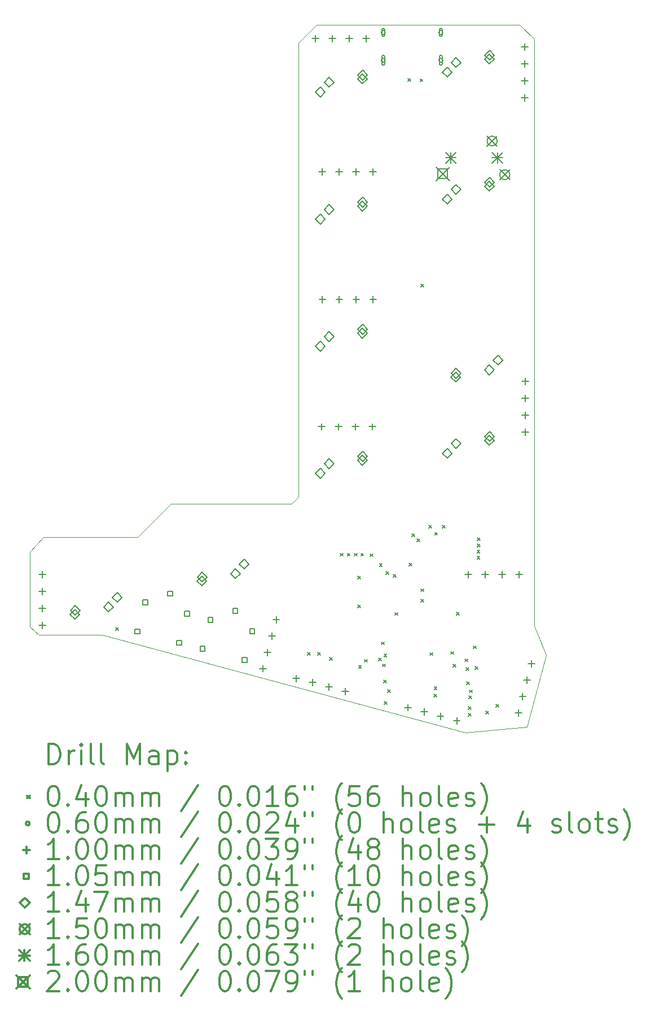
<source format=gbr>
%FSLAX45Y45*%
G04 Gerber Fmt 4.5, Leading zero omitted, Abs format (unit mm)*
G04 Created by KiCad (PCBNEW (5.1.4)-1) date 2023-06-13 20:25:15*
%MOMM*%
%LPD*%
G04 APERTURE LIST*
%ADD10C,0.050000*%
%ADD11C,0.200000*%
%ADD12C,0.300000*%
G04 APERTURE END LIST*
D10*
X7580000Y-44060000D02*
X7080000Y-44560000D01*
X7080000Y-44560000D02*
X5670000Y-44560000D01*
X9390000Y-44060000D02*
X9490000Y-43960000D01*
X9390000Y-44060000D02*
X7580000Y-44060000D01*
X13031480Y-37311016D02*
X13031480Y-37091016D01*
X9493279Y-37366295D02*
X9493279Y-37146295D01*
X9493279Y-39271295D02*
X9493279Y-37366295D01*
X13031480Y-39216016D02*
X13031480Y-37311016D01*
X6523279Y-46021295D02*
X6543279Y-46021295D01*
X9493279Y-39271295D02*
X9490000Y-43960000D01*
X12925419Y-47405040D02*
X12003279Y-47491295D01*
X12925419Y-47405040D02*
X13213232Y-46328860D01*
X13031346Y-39391871D02*
X13031480Y-39216016D01*
X13033920Y-43349053D02*
X13032767Y-45050023D01*
X13033421Y-45883812D02*
X13032185Y-45151986D01*
X13033421Y-45883812D02*
X13213232Y-46328860D01*
X13031480Y-37091016D02*
X12813279Y-36876295D01*
X9763279Y-36876295D02*
X9493279Y-37146295D01*
X9763279Y-36876295D02*
X12813279Y-36876295D01*
X5463279Y-44780000D02*
X5463279Y-45901295D01*
X5463279Y-44780000D02*
X5670000Y-44560000D01*
X5463279Y-45901295D02*
X5603279Y-46021295D01*
X6523279Y-46021295D02*
X5603279Y-46021295D01*
X13031346Y-39391871D02*
X13033920Y-43349053D01*
X13032185Y-45151986D02*
X13032767Y-45050023D01*
X12003279Y-47491295D02*
X6543279Y-46021295D01*
D11*
X6754279Y-45913221D02*
X6794279Y-45953221D01*
X6794279Y-45913221D02*
X6754279Y-45953221D01*
X9629000Y-46287000D02*
X9669000Y-46327000D01*
X9669000Y-46287000D02*
X9629000Y-46327000D01*
X9783000Y-46287000D02*
X9823000Y-46327000D01*
X9823000Y-46287000D02*
X9783000Y-46327000D01*
X9960000Y-46363500D02*
X10000000Y-46403500D01*
X10000000Y-46363500D02*
X9960000Y-46403500D01*
X10122267Y-44799996D02*
X10162267Y-44839996D01*
X10162267Y-44799996D02*
X10122267Y-44839996D01*
X10226673Y-44799996D02*
X10266673Y-44839996D01*
X10266673Y-44799996D02*
X10226673Y-44839996D01*
X10331989Y-44799996D02*
X10371989Y-44839996D01*
X10371989Y-44799996D02*
X10331989Y-44839996D01*
X10383636Y-45145603D02*
X10423636Y-45185603D01*
X10423636Y-45145603D02*
X10383636Y-45185603D01*
X10384000Y-45576000D02*
X10424000Y-45616000D01*
X10424000Y-45576000D02*
X10384000Y-45616000D01*
X10396397Y-46480028D02*
X10436397Y-46520028D01*
X10436397Y-46480028D02*
X10396397Y-46520028D01*
X10430000Y-44799996D02*
X10470000Y-44839996D01*
X10470000Y-44799996D02*
X10430000Y-44839996D01*
X10488399Y-46393075D02*
X10528399Y-46433075D01*
X10528399Y-46393075D02*
X10488399Y-46433075D01*
X10573000Y-44808000D02*
X10613000Y-44848000D01*
X10613000Y-44808000D02*
X10573000Y-44848000D01*
X10694600Y-46368000D02*
X10734600Y-46408000D01*
X10734600Y-46368000D02*
X10694600Y-46408000D01*
X10710000Y-44957000D02*
X10750000Y-44997000D01*
X10750000Y-44957000D02*
X10710000Y-44997000D01*
X10742098Y-46130119D02*
X10782098Y-46170119D01*
X10782098Y-46130119D02*
X10742098Y-46170119D01*
X10758788Y-46460284D02*
X10798788Y-46500284D01*
X10798788Y-46460284D02*
X10758788Y-46500284D01*
X10770800Y-46698200D02*
X10810800Y-46738200D01*
X10810800Y-46698200D02*
X10770800Y-46738200D01*
X10776660Y-46312560D02*
X10816660Y-46352560D01*
X10816660Y-46312560D02*
X10776660Y-46352560D01*
X10780000Y-47020000D02*
X10820000Y-47060000D01*
X10820000Y-47020000D02*
X10780000Y-47060000D01*
X10807670Y-45074557D02*
X10847670Y-45114557D01*
X10847670Y-45074557D02*
X10807670Y-45114557D01*
X10830866Y-46844598D02*
X10870866Y-46884598D01*
X10870866Y-46844598D02*
X10830866Y-46884598D01*
X10915000Y-45116100D02*
X10955000Y-45156100D01*
X10955000Y-45116100D02*
X10915000Y-45156100D01*
X10942402Y-45689200D02*
X10982402Y-45729200D01*
X10982402Y-45689200D02*
X10942402Y-45729200D01*
X11136950Y-37681220D02*
X11176950Y-37721220D01*
X11176950Y-37681220D02*
X11136950Y-37721220D01*
X11156000Y-44950700D02*
X11196000Y-44990700D01*
X11196000Y-44950700D02*
X11156000Y-44990700D01*
X11194101Y-44506999D02*
X11234101Y-44546999D01*
X11234101Y-44506999D02*
X11194101Y-44546999D01*
X11270300Y-44582400D02*
X11310300Y-44622400D01*
X11310300Y-44582400D02*
X11270300Y-44622400D01*
X11318560Y-37687570D02*
X11358560Y-37727570D01*
X11358560Y-37687570D02*
X11318560Y-37727570D01*
X11330000Y-45335000D02*
X11370000Y-45375000D01*
X11370000Y-45335000D02*
X11330000Y-45375000D01*
X11330000Y-45492500D02*
X11370000Y-45532500D01*
X11370000Y-45492500D02*
X11330000Y-45532500D01*
X11332000Y-40769000D02*
X11372000Y-40809000D01*
X11372000Y-40769000D02*
X11332000Y-40809000D01*
X11448100Y-44379200D02*
X11488100Y-44419200D01*
X11488100Y-44379200D02*
X11448100Y-44419200D01*
X11470000Y-46290000D02*
X11510000Y-46330000D01*
X11510000Y-46290000D02*
X11470000Y-46330000D01*
X11525586Y-46914414D02*
X11565586Y-46954414D01*
X11565586Y-46914414D02*
X11525586Y-46954414D01*
X11530315Y-46802501D02*
X11570315Y-46842501D01*
X11570315Y-46802501D02*
X11530315Y-46842501D01*
X11540000Y-44487000D02*
X11580000Y-44527000D01*
X11580000Y-44487000D02*
X11540000Y-44527000D01*
X11651300Y-44379200D02*
X11691300Y-44419200D01*
X11691300Y-44379200D02*
X11651300Y-44419200D01*
X11779000Y-46274000D02*
X11819000Y-46314000D01*
X11819000Y-46274000D02*
X11779000Y-46314000D01*
X11813362Y-46465943D02*
X11853362Y-46505943D01*
X11853362Y-46465943D02*
X11813362Y-46505943D01*
X11867500Y-45682500D02*
X11907500Y-45722500D01*
X11907500Y-45682500D02*
X11867500Y-45722500D01*
X11992536Y-46384599D02*
X12032536Y-46424599D01*
X12032536Y-46384599D02*
X11992536Y-46424599D01*
X12010000Y-46512500D02*
X12050000Y-46552500D01*
X12050000Y-46512500D02*
X12010000Y-46552500D01*
X12015000Y-46725000D02*
X12055000Y-46765000D01*
X12055000Y-46725000D02*
X12015000Y-46765000D01*
X12042500Y-47200000D02*
X12082500Y-47240000D01*
X12082500Y-47200000D02*
X12042500Y-47240000D01*
X12042501Y-47097501D02*
X12082501Y-47137501D01*
X12082501Y-47097501D02*
X12042501Y-47137501D01*
X12050832Y-46941338D02*
X12090832Y-46981338D01*
X12090832Y-46941338D02*
X12050832Y-46981338D01*
X12060234Y-46849114D02*
X12100234Y-46889114D01*
X12100234Y-46849114D02*
X12060234Y-46889114D01*
X12119999Y-46190000D02*
X12159999Y-46230000D01*
X12159999Y-46190000D02*
X12119999Y-46230000D01*
X12147901Y-46497374D02*
X12187901Y-46537374D01*
X12187901Y-46497374D02*
X12147901Y-46537374D01*
X12174769Y-44752817D02*
X12214769Y-44792817D01*
X12214769Y-44752817D02*
X12174769Y-44792817D01*
X12175014Y-44845517D02*
X12215014Y-44885517D01*
X12215014Y-44845517D02*
X12175014Y-44885517D01*
X12176437Y-44660132D02*
X12216437Y-44700132D01*
X12216437Y-44660132D02*
X12176437Y-44700132D01*
X12180000Y-44567500D02*
X12220000Y-44607500D01*
X12220000Y-44567500D02*
X12180000Y-44607500D01*
X12305000Y-47165000D02*
X12345000Y-47205000D01*
X12345000Y-47165000D02*
X12305000Y-47205000D01*
X12457700Y-47067500D02*
X12497700Y-47107500D01*
X12497700Y-47067500D02*
X12457700Y-47107500D01*
X10796000Y-36992500D02*
G75*
G03X10796000Y-36992500I-30000J0D01*
G01*
X10746000Y-36952500D02*
X10746000Y-37032500D01*
X10786000Y-36952500D02*
X10786000Y-37032500D01*
X10746000Y-37032500D02*
G75*
G03X10786000Y-37032500I20000J0D01*
G01*
X10786000Y-36952500D02*
G75*
G03X10746000Y-36952500I-20000J0D01*
G01*
X10796000Y-37409500D02*
G75*
G03X10796000Y-37409500I-30000J0D01*
G01*
X10746000Y-37354500D02*
X10746000Y-37464500D01*
X10786000Y-37354500D02*
X10786000Y-37464500D01*
X10746000Y-37464500D02*
G75*
G03X10786000Y-37464500I20000J0D01*
G01*
X10786000Y-37354500D02*
G75*
G03X10746000Y-37354500I-20000J0D01*
G01*
X11660000Y-36992500D02*
G75*
G03X11660000Y-36992500I-30000J0D01*
G01*
X11610000Y-36952500D02*
X11610000Y-37032500D01*
X11650000Y-36952500D02*
X11650000Y-37032500D01*
X11610000Y-37032500D02*
G75*
G03X11650000Y-37032500I20000J0D01*
G01*
X11650000Y-36952500D02*
G75*
G03X11610000Y-36952500I-20000J0D01*
G01*
X11660000Y-37409500D02*
G75*
G03X11660000Y-37409500I-30000J0D01*
G01*
X11610000Y-37354500D02*
X11610000Y-37464500D01*
X11650000Y-37354500D02*
X11650000Y-37464500D01*
X11610000Y-37464500D02*
G75*
G03X11650000Y-37464500I20000J0D01*
G01*
X11650000Y-37354500D02*
G75*
G03X11610000Y-37354500I-20000J0D01*
G01*
X9463279Y-46621295D02*
X9463279Y-46721295D01*
X9413279Y-46671295D02*
X9513279Y-46671295D01*
X9708624Y-46687035D02*
X9708624Y-46787035D01*
X9658624Y-46737035D02*
X9758624Y-46737035D01*
X9953969Y-46752775D02*
X9953969Y-46852775D01*
X9903969Y-46802775D02*
X10003969Y-46802775D01*
X10199314Y-46818515D02*
X10199314Y-46918515D01*
X10149314Y-46868515D02*
X10249314Y-46868515D01*
X9751000Y-37032000D02*
X9751000Y-37132000D01*
X9701000Y-37082000D02*
X9801000Y-37082000D01*
X10005000Y-37032000D02*
X10005000Y-37132000D01*
X9955000Y-37082000D02*
X10055000Y-37082000D01*
X10259000Y-37032000D02*
X10259000Y-37132000D01*
X10209000Y-37082000D02*
X10309000Y-37082000D01*
X10513000Y-37032000D02*
X10513000Y-37132000D01*
X10463000Y-37082000D02*
X10563000Y-37082000D01*
X5653279Y-45069295D02*
X5653279Y-45169295D01*
X5603279Y-45119295D02*
X5703279Y-45119295D01*
X5653279Y-45323295D02*
X5653279Y-45423295D01*
X5603279Y-45373295D02*
X5703279Y-45373295D01*
X5653279Y-45577295D02*
X5653279Y-45677295D01*
X5603279Y-45627295D02*
X5703279Y-45627295D01*
X5653279Y-45831295D02*
X5653279Y-45931295D01*
X5603279Y-45881295D02*
X5703279Y-45881295D01*
X8962796Y-46477182D02*
X8962796Y-46577182D01*
X8912796Y-46527182D02*
X9012796Y-46527182D01*
X9028536Y-46231837D02*
X9028536Y-46331837D01*
X8978536Y-46281837D02*
X9078536Y-46281837D01*
X9094276Y-45986492D02*
X9094276Y-46086492D01*
X9044276Y-46036492D02*
X9144276Y-46036492D01*
X9160016Y-45741146D02*
X9160016Y-45841146D01*
X9110016Y-45791146D02*
X9210016Y-45791146D01*
X12887609Y-37159831D02*
X12887609Y-37259831D01*
X12837609Y-37209831D02*
X12937609Y-37209831D01*
X12887609Y-37413831D02*
X12887609Y-37513831D01*
X12837609Y-37463831D02*
X12937609Y-37463831D01*
X12887609Y-37667831D02*
X12887609Y-37767831D01*
X12837609Y-37717831D02*
X12937609Y-37717831D01*
X12887609Y-37921831D02*
X12887609Y-38021831D01*
X12837609Y-37971831D02*
X12937609Y-37971831D01*
X12793279Y-47141295D02*
X12793279Y-47241295D01*
X12743279Y-47191295D02*
X12843279Y-47191295D01*
X12859019Y-46895950D02*
X12859019Y-46995950D01*
X12809019Y-46945950D02*
X12909019Y-46945950D01*
X12924759Y-46650605D02*
X12924759Y-46750605D01*
X12874759Y-46700605D02*
X12974759Y-46700605D01*
X12990499Y-46405260D02*
X12990499Y-46505260D01*
X12940499Y-46455260D02*
X13040499Y-46455260D01*
X9837697Y-42852097D02*
X9837697Y-42952097D01*
X9787697Y-42902097D02*
X9887697Y-42902097D01*
X10091697Y-42852097D02*
X10091697Y-42952097D01*
X10041697Y-42902097D02*
X10141697Y-42902097D01*
X10345697Y-42852097D02*
X10345697Y-42952097D01*
X10295697Y-42902097D02*
X10395697Y-42902097D01*
X10599697Y-42852097D02*
X10599697Y-42952097D01*
X10549697Y-42902097D02*
X10649697Y-42902097D01*
X12894060Y-42172489D02*
X12894060Y-42272489D01*
X12844060Y-42222489D02*
X12944060Y-42222489D01*
X12894060Y-42426489D02*
X12894060Y-42526489D01*
X12844060Y-42476489D02*
X12944060Y-42476489D01*
X12894060Y-42680489D02*
X12894060Y-42780489D01*
X12844060Y-42730489D02*
X12944060Y-42730489D01*
X12894060Y-42934489D02*
X12894060Y-43034489D01*
X12844060Y-42984489D02*
X12944060Y-42984489D01*
X12044843Y-45068132D02*
X12044843Y-45168132D01*
X11994843Y-45118132D02*
X12094843Y-45118132D01*
X12298843Y-45068132D02*
X12298843Y-45168132D01*
X12248843Y-45118132D02*
X12348843Y-45118132D01*
X12552843Y-45068132D02*
X12552843Y-45168132D01*
X12502843Y-45118132D02*
X12602843Y-45118132D01*
X12806843Y-45068132D02*
X12806843Y-45168132D01*
X12756843Y-45118132D02*
X12856843Y-45118132D01*
X11133279Y-47061295D02*
X11133279Y-47161295D01*
X11083279Y-47111295D02*
X11183279Y-47111295D01*
X11378624Y-47127035D02*
X11378624Y-47227035D01*
X11328624Y-47177035D02*
X11428624Y-47177035D01*
X11623969Y-47192775D02*
X11623969Y-47292775D01*
X11573969Y-47242775D02*
X11673969Y-47242775D01*
X11869314Y-47258515D02*
X11869314Y-47358515D01*
X11819314Y-47308515D02*
X11919314Y-47308515D01*
X9853416Y-40943520D02*
X9853416Y-41043520D01*
X9803416Y-40993520D02*
X9903416Y-40993520D01*
X10107416Y-40943520D02*
X10107416Y-41043520D01*
X10057416Y-40993520D02*
X10157416Y-40993520D01*
X10361416Y-40943520D02*
X10361416Y-41043520D01*
X10311416Y-40993520D02*
X10411416Y-40993520D01*
X10615416Y-40943520D02*
X10615416Y-41043520D01*
X10565416Y-40993520D02*
X10665416Y-40993520D01*
X9850928Y-39031838D02*
X9850928Y-39131838D01*
X9800928Y-39081838D02*
X9900928Y-39081838D01*
X10104928Y-39031838D02*
X10104928Y-39131838D01*
X10054928Y-39081838D02*
X10154928Y-39081838D01*
X10358928Y-39031838D02*
X10358928Y-39131838D01*
X10308928Y-39081838D02*
X10408928Y-39081838D01*
X10612928Y-39031838D02*
X10612928Y-39131838D01*
X10562928Y-39081838D02*
X10662928Y-39081838D01*
X8092232Y-46269691D02*
X8092232Y-46195444D01*
X8017985Y-46195444D01*
X8017985Y-46269691D01*
X8092232Y-46269691D01*
X8209459Y-45835228D02*
X8209459Y-45760981D01*
X8135212Y-45760981D01*
X8135212Y-45835228D01*
X8209459Y-45835228D01*
X8581851Y-45702661D02*
X8581851Y-45628414D01*
X8507604Y-45628414D01*
X8507604Y-45702661D01*
X8581851Y-45702661D01*
X8719789Y-46439019D02*
X8719789Y-46364772D01*
X8645542Y-46364772D01*
X8645542Y-46439019D01*
X8719789Y-46439019D01*
X8837016Y-46004556D02*
X8837016Y-45930309D01*
X8762769Y-45930309D01*
X8762769Y-46004556D01*
X8837016Y-46004556D01*
X7114458Y-46009691D02*
X7114458Y-45935444D01*
X7040211Y-45935444D01*
X7040211Y-46009691D01*
X7114458Y-46009691D01*
X7231685Y-45575228D02*
X7231685Y-45500981D01*
X7157438Y-45500981D01*
X7157438Y-45575228D01*
X7231685Y-45575228D01*
X7604077Y-45442661D02*
X7604077Y-45368414D01*
X7529830Y-45368414D01*
X7529830Y-45442661D01*
X7604077Y-45442661D01*
X7742015Y-46179019D02*
X7742015Y-46104772D01*
X7667768Y-46104772D01*
X7667768Y-46179019D01*
X7742015Y-46179019D01*
X7859242Y-45744556D02*
X7859242Y-45670309D01*
X7784995Y-45670309D01*
X7784995Y-45744556D01*
X7859242Y-45744556D01*
X9822279Y-43675795D02*
X9895779Y-43602295D01*
X9822279Y-43528795D01*
X9748779Y-43602295D01*
X9822279Y-43675795D01*
X9953279Y-43529795D02*
X10026779Y-43456295D01*
X9953279Y-43382795D01*
X9879779Y-43456295D01*
X9953279Y-43529795D01*
X10453279Y-43479795D02*
X10526779Y-43406295D01*
X10453279Y-43332795D01*
X10379779Y-43406295D01*
X10453279Y-43479795D01*
X10457279Y-43421795D02*
X10530779Y-43348295D01*
X10457279Y-43274795D01*
X10383779Y-43348295D01*
X10457279Y-43421795D01*
X9822279Y-37959500D02*
X9895779Y-37886000D01*
X9822279Y-37812500D01*
X9748779Y-37886000D01*
X9822279Y-37959500D01*
X9953279Y-37813500D02*
X10026779Y-37740000D01*
X9953279Y-37666500D01*
X9879779Y-37740000D01*
X9953279Y-37813500D01*
X10453279Y-37763500D02*
X10526779Y-37690000D01*
X10453279Y-37616500D01*
X10379779Y-37690000D01*
X10453279Y-37763500D01*
X10457279Y-37705500D02*
X10530779Y-37632000D01*
X10457279Y-37558500D01*
X10383779Y-37632000D01*
X10457279Y-37705500D01*
X11727279Y-43375795D02*
X11800779Y-43302295D01*
X11727279Y-43228795D01*
X11653779Y-43302295D01*
X11727279Y-43375795D01*
X11858279Y-43229795D02*
X11931779Y-43156295D01*
X11858279Y-43082795D01*
X11784779Y-43156295D01*
X11858279Y-43229795D01*
X12358279Y-43179795D02*
X12431779Y-43106295D01*
X12358279Y-43032795D01*
X12284779Y-43106295D01*
X12358279Y-43179795D01*
X12362279Y-43121795D02*
X12435779Y-43048295D01*
X12362279Y-42974795D01*
X12288779Y-43048295D01*
X12362279Y-43121795D01*
X11727279Y-39565795D02*
X11800779Y-39492295D01*
X11727279Y-39418795D01*
X11653779Y-39492295D01*
X11727279Y-39565795D01*
X11858279Y-39419795D02*
X11931779Y-39346295D01*
X11858279Y-39272795D01*
X11784779Y-39346295D01*
X11858279Y-39419795D01*
X12358279Y-39369795D02*
X12431779Y-39296295D01*
X12358279Y-39222795D01*
X12284779Y-39296295D01*
X12358279Y-39369795D01*
X12362279Y-39311795D02*
X12435779Y-39238295D01*
X12362279Y-39164795D01*
X12288779Y-39238295D01*
X12362279Y-39311795D01*
X9822279Y-39865795D02*
X9895779Y-39792295D01*
X9822279Y-39718795D01*
X9748779Y-39792295D01*
X9822279Y-39865795D01*
X9953279Y-39719795D02*
X10026779Y-39646295D01*
X9953279Y-39572795D01*
X9879779Y-39646295D01*
X9953279Y-39719795D01*
X10453279Y-39669795D02*
X10526779Y-39596295D01*
X10453279Y-39522795D01*
X10379779Y-39596295D01*
X10453279Y-39669795D01*
X10457279Y-39611795D02*
X10530779Y-39538295D01*
X10457279Y-39464795D01*
X10383779Y-39538295D01*
X10457279Y-39611795D01*
X6139279Y-45787795D02*
X6212779Y-45714295D01*
X6139279Y-45640795D01*
X6065779Y-45714295D01*
X6139279Y-45787795D01*
X6143279Y-45729795D02*
X6216779Y-45656295D01*
X6143279Y-45582795D01*
X6069779Y-45656295D01*
X6143279Y-45729795D01*
X6643279Y-45679795D02*
X6716779Y-45606295D01*
X6643279Y-45532795D01*
X6569779Y-45606295D01*
X6643279Y-45679795D01*
X6774279Y-45533795D02*
X6847779Y-45460295D01*
X6774279Y-45386795D01*
X6700779Y-45460295D01*
X6774279Y-45533795D01*
X11727279Y-37661500D02*
X11800779Y-37588000D01*
X11727279Y-37514500D01*
X11653779Y-37588000D01*
X11727279Y-37661500D01*
X11858279Y-37515500D02*
X11931779Y-37442000D01*
X11858279Y-37368500D01*
X11784779Y-37442000D01*
X11858279Y-37515500D01*
X12358279Y-37465500D02*
X12431779Y-37392000D01*
X12358279Y-37318500D01*
X12284779Y-37392000D01*
X12358279Y-37465500D01*
X12362279Y-37407500D02*
X12435779Y-37334000D01*
X12362279Y-37260500D01*
X12288779Y-37334000D01*
X12362279Y-37407500D01*
X11854279Y-42232795D02*
X11927779Y-42159295D01*
X11854279Y-42085795D01*
X11780779Y-42159295D01*
X11854279Y-42232795D01*
X11858279Y-42174795D02*
X11931779Y-42101295D01*
X11858279Y-42027795D01*
X11784779Y-42101295D01*
X11858279Y-42174795D01*
X12358279Y-42124795D02*
X12431779Y-42051295D01*
X12358279Y-41977795D01*
X12284779Y-42051295D01*
X12358279Y-42124795D01*
X12489279Y-41978795D02*
X12562779Y-41905295D01*
X12489279Y-41831795D01*
X12415779Y-41905295D01*
X12489279Y-41978795D01*
X9822279Y-41770795D02*
X9895779Y-41697295D01*
X9822279Y-41623795D01*
X9748779Y-41697295D01*
X9822279Y-41770795D01*
X9953279Y-41624795D02*
X10026779Y-41551295D01*
X9953279Y-41477795D01*
X9879779Y-41551295D01*
X9953279Y-41624795D01*
X10453279Y-41574795D02*
X10526779Y-41501295D01*
X10453279Y-41427795D01*
X10379779Y-41501295D01*
X10453279Y-41574795D01*
X10457279Y-41516795D02*
X10530779Y-41443295D01*
X10457279Y-41369795D01*
X10383779Y-41443295D01*
X10457279Y-41516795D01*
X8044279Y-45287795D02*
X8117779Y-45214295D01*
X8044279Y-45140795D01*
X7970779Y-45214295D01*
X8044279Y-45287795D01*
X8048279Y-45229795D02*
X8121779Y-45156295D01*
X8048279Y-45082795D01*
X7974779Y-45156295D01*
X8048279Y-45229795D01*
X8548279Y-45179795D02*
X8621779Y-45106295D01*
X8548279Y-45032795D01*
X8474779Y-45106295D01*
X8548279Y-45179795D01*
X8679279Y-45033795D02*
X8752779Y-44960295D01*
X8679279Y-44886795D01*
X8605779Y-44960295D01*
X8679279Y-45033795D01*
X12325000Y-38545000D02*
X12475000Y-38695000D01*
X12475000Y-38545000D02*
X12325000Y-38695000D01*
X12475000Y-38620000D02*
G75*
G03X12475000Y-38620000I-75000J0D01*
G01*
X12515000Y-39050000D02*
X12665000Y-39200000D01*
X12665000Y-39050000D02*
X12515000Y-39200000D01*
X12665000Y-39125000D02*
G75*
G03X12665000Y-39125000I-75000J0D01*
G01*
X11700000Y-38792500D02*
X11860000Y-38952500D01*
X11860000Y-38792500D02*
X11700000Y-38952500D01*
X11780000Y-38792500D02*
X11780000Y-38952500D01*
X11700000Y-38872500D02*
X11860000Y-38872500D01*
X12400000Y-38792500D02*
X12560000Y-38952500D01*
X12560000Y-38792500D02*
X12400000Y-38952500D01*
X12480000Y-38792500D02*
X12480000Y-38952500D01*
X12400000Y-38872500D02*
X12560000Y-38872500D01*
X11560000Y-39012500D02*
X11760000Y-39212500D01*
X11760000Y-39012500D02*
X11560000Y-39212500D01*
X11730711Y-39183211D02*
X11730711Y-39041789D01*
X11589289Y-39041789D01*
X11589289Y-39183211D01*
X11730711Y-39183211D01*
D12*
X5747207Y-47959509D02*
X5747207Y-47659509D01*
X5818636Y-47659509D01*
X5861493Y-47673795D01*
X5890064Y-47702367D01*
X5904350Y-47730938D01*
X5918636Y-47788081D01*
X5918636Y-47830938D01*
X5904350Y-47888081D01*
X5890064Y-47916652D01*
X5861493Y-47945224D01*
X5818636Y-47959509D01*
X5747207Y-47959509D01*
X6047207Y-47959509D02*
X6047207Y-47759509D01*
X6047207Y-47816652D02*
X6061493Y-47788081D01*
X6075779Y-47773795D01*
X6104350Y-47759509D01*
X6132922Y-47759509D01*
X6232922Y-47959509D02*
X6232922Y-47759509D01*
X6232922Y-47659509D02*
X6218636Y-47673795D01*
X6232922Y-47688081D01*
X6247207Y-47673795D01*
X6232922Y-47659509D01*
X6232922Y-47688081D01*
X6418636Y-47959509D02*
X6390064Y-47945224D01*
X6375779Y-47916652D01*
X6375779Y-47659509D01*
X6575779Y-47959509D02*
X6547207Y-47945224D01*
X6532922Y-47916652D01*
X6532922Y-47659509D01*
X6918636Y-47959509D02*
X6918636Y-47659509D01*
X7018636Y-47873795D01*
X7118636Y-47659509D01*
X7118636Y-47959509D01*
X7390064Y-47959509D02*
X7390064Y-47802367D01*
X7375779Y-47773795D01*
X7347207Y-47759509D01*
X7290064Y-47759509D01*
X7261493Y-47773795D01*
X7390064Y-47945224D02*
X7361493Y-47959509D01*
X7290064Y-47959509D01*
X7261493Y-47945224D01*
X7247207Y-47916652D01*
X7247207Y-47888081D01*
X7261493Y-47859509D01*
X7290064Y-47845224D01*
X7361493Y-47845224D01*
X7390064Y-47830938D01*
X7532922Y-47759509D02*
X7532922Y-48059509D01*
X7532922Y-47773795D02*
X7561493Y-47759509D01*
X7618636Y-47759509D01*
X7647207Y-47773795D01*
X7661493Y-47788081D01*
X7675779Y-47816652D01*
X7675779Y-47902367D01*
X7661493Y-47930938D01*
X7647207Y-47945224D01*
X7618636Y-47959509D01*
X7561493Y-47959509D01*
X7532922Y-47945224D01*
X7804350Y-47930938D02*
X7818636Y-47945224D01*
X7804350Y-47959509D01*
X7790064Y-47945224D01*
X7804350Y-47930938D01*
X7804350Y-47959509D01*
X7804350Y-47773795D02*
X7818636Y-47788081D01*
X7804350Y-47802367D01*
X7790064Y-47788081D01*
X7804350Y-47773795D01*
X7804350Y-47802367D01*
X5420779Y-48433795D02*
X5460779Y-48473795D01*
X5460779Y-48433795D02*
X5420779Y-48473795D01*
X5804350Y-48289509D02*
X5832922Y-48289509D01*
X5861493Y-48303795D01*
X5875779Y-48318081D01*
X5890064Y-48346652D01*
X5904350Y-48403795D01*
X5904350Y-48475224D01*
X5890064Y-48532367D01*
X5875779Y-48560938D01*
X5861493Y-48575224D01*
X5832922Y-48589509D01*
X5804350Y-48589509D01*
X5775779Y-48575224D01*
X5761493Y-48560938D01*
X5747207Y-48532367D01*
X5732922Y-48475224D01*
X5732922Y-48403795D01*
X5747207Y-48346652D01*
X5761493Y-48318081D01*
X5775779Y-48303795D01*
X5804350Y-48289509D01*
X6032922Y-48560938D02*
X6047207Y-48575224D01*
X6032922Y-48589509D01*
X6018636Y-48575224D01*
X6032922Y-48560938D01*
X6032922Y-48589509D01*
X6304350Y-48389509D02*
X6304350Y-48589509D01*
X6232922Y-48275224D02*
X6161493Y-48489509D01*
X6347207Y-48489509D01*
X6518636Y-48289509D02*
X6547207Y-48289509D01*
X6575779Y-48303795D01*
X6590064Y-48318081D01*
X6604350Y-48346652D01*
X6618636Y-48403795D01*
X6618636Y-48475224D01*
X6604350Y-48532367D01*
X6590064Y-48560938D01*
X6575779Y-48575224D01*
X6547207Y-48589509D01*
X6518636Y-48589509D01*
X6490064Y-48575224D01*
X6475779Y-48560938D01*
X6461493Y-48532367D01*
X6447207Y-48475224D01*
X6447207Y-48403795D01*
X6461493Y-48346652D01*
X6475779Y-48318081D01*
X6490064Y-48303795D01*
X6518636Y-48289509D01*
X6747207Y-48589509D02*
X6747207Y-48389509D01*
X6747207Y-48418081D02*
X6761493Y-48403795D01*
X6790064Y-48389509D01*
X6832922Y-48389509D01*
X6861493Y-48403795D01*
X6875779Y-48432367D01*
X6875779Y-48589509D01*
X6875779Y-48432367D02*
X6890064Y-48403795D01*
X6918636Y-48389509D01*
X6961493Y-48389509D01*
X6990064Y-48403795D01*
X7004350Y-48432367D01*
X7004350Y-48589509D01*
X7147207Y-48589509D02*
X7147207Y-48389509D01*
X7147207Y-48418081D02*
X7161493Y-48403795D01*
X7190064Y-48389509D01*
X7232922Y-48389509D01*
X7261493Y-48403795D01*
X7275779Y-48432367D01*
X7275779Y-48589509D01*
X7275779Y-48432367D02*
X7290064Y-48403795D01*
X7318636Y-48389509D01*
X7361493Y-48389509D01*
X7390064Y-48403795D01*
X7404350Y-48432367D01*
X7404350Y-48589509D01*
X7990064Y-48275224D02*
X7732922Y-48660938D01*
X8375779Y-48289509D02*
X8404350Y-48289509D01*
X8432922Y-48303795D01*
X8447207Y-48318081D01*
X8461493Y-48346652D01*
X8475779Y-48403795D01*
X8475779Y-48475224D01*
X8461493Y-48532367D01*
X8447207Y-48560938D01*
X8432922Y-48575224D01*
X8404350Y-48589509D01*
X8375779Y-48589509D01*
X8347207Y-48575224D01*
X8332922Y-48560938D01*
X8318636Y-48532367D01*
X8304350Y-48475224D01*
X8304350Y-48403795D01*
X8318636Y-48346652D01*
X8332922Y-48318081D01*
X8347207Y-48303795D01*
X8375779Y-48289509D01*
X8604350Y-48560938D02*
X8618636Y-48575224D01*
X8604350Y-48589509D01*
X8590065Y-48575224D01*
X8604350Y-48560938D01*
X8604350Y-48589509D01*
X8804350Y-48289509D02*
X8832922Y-48289509D01*
X8861493Y-48303795D01*
X8875779Y-48318081D01*
X8890065Y-48346652D01*
X8904350Y-48403795D01*
X8904350Y-48475224D01*
X8890065Y-48532367D01*
X8875779Y-48560938D01*
X8861493Y-48575224D01*
X8832922Y-48589509D01*
X8804350Y-48589509D01*
X8775779Y-48575224D01*
X8761493Y-48560938D01*
X8747207Y-48532367D01*
X8732922Y-48475224D01*
X8732922Y-48403795D01*
X8747207Y-48346652D01*
X8761493Y-48318081D01*
X8775779Y-48303795D01*
X8804350Y-48289509D01*
X9190065Y-48589509D02*
X9018636Y-48589509D01*
X9104350Y-48589509D02*
X9104350Y-48289509D01*
X9075779Y-48332367D01*
X9047207Y-48360938D01*
X9018636Y-48375224D01*
X9447207Y-48289509D02*
X9390065Y-48289509D01*
X9361493Y-48303795D01*
X9347207Y-48318081D01*
X9318636Y-48360938D01*
X9304350Y-48418081D01*
X9304350Y-48532367D01*
X9318636Y-48560938D01*
X9332922Y-48575224D01*
X9361493Y-48589509D01*
X9418636Y-48589509D01*
X9447207Y-48575224D01*
X9461493Y-48560938D01*
X9475779Y-48532367D01*
X9475779Y-48460938D01*
X9461493Y-48432367D01*
X9447207Y-48418081D01*
X9418636Y-48403795D01*
X9361493Y-48403795D01*
X9332922Y-48418081D01*
X9318636Y-48432367D01*
X9304350Y-48460938D01*
X9590065Y-48289509D02*
X9590065Y-48346652D01*
X9704350Y-48289509D02*
X9704350Y-48346652D01*
X10147207Y-48703795D02*
X10132922Y-48689509D01*
X10104350Y-48646652D01*
X10090065Y-48618081D01*
X10075779Y-48575224D01*
X10061493Y-48503795D01*
X10061493Y-48446652D01*
X10075779Y-48375224D01*
X10090065Y-48332367D01*
X10104350Y-48303795D01*
X10132922Y-48260938D01*
X10147207Y-48246652D01*
X10404350Y-48289509D02*
X10261493Y-48289509D01*
X10247207Y-48432367D01*
X10261493Y-48418081D01*
X10290065Y-48403795D01*
X10361493Y-48403795D01*
X10390065Y-48418081D01*
X10404350Y-48432367D01*
X10418636Y-48460938D01*
X10418636Y-48532367D01*
X10404350Y-48560938D01*
X10390065Y-48575224D01*
X10361493Y-48589509D01*
X10290065Y-48589509D01*
X10261493Y-48575224D01*
X10247207Y-48560938D01*
X10675779Y-48289509D02*
X10618636Y-48289509D01*
X10590065Y-48303795D01*
X10575779Y-48318081D01*
X10547207Y-48360938D01*
X10532922Y-48418081D01*
X10532922Y-48532367D01*
X10547207Y-48560938D01*
X10561493Y-48575224D01*
X10590065Y-48589509D01*
X10647207Y-48589509D01*
X10675779Y-48575224D01*
X10690065Y-48560938D01*
X10704350Y-48532367D01*
X10704350Y-48460938D01*
X10690065Y-48432367D01*
X10675779Y-48418081D01*
X10647207Y-48403795D01*
X10590065Y-48403795D01*
X10561493Y-48418081D01*
X10547207Y-48432367D01*
X10532922Y-48460938D01*
X11061493Y-48589509D02*
X11061493Y-48289509D01*
X11190064Y-48589509D02*
X11190064Y-48432367D01*
X11175779Y-48403795D01*
X11147207Y-48389509D01*
X11104350Y-48389509D01*
X11075779Y-48403795D01*
X11061493Y-48418081D01*
X11375779Y-48589509D02*
X11347207Y-48575224D01*
X11332922Y-48560938D01*
X11318636Y-48532367D01*
X11318636Y-48446652D01*
X11332922Y-48418081D01*
X11347207Y-48403795D01*
X11375779Y-48389509D01*
X11418636Y-48389509D01*
X11447207Y-48403795D01*
X11461493Y-48418081D01*
X11475779Y-48446652D01*
X11475779Y-48532367D01*
X11461493Y-48560938D01*
X11447207Y-48575224D01*
X11418636Y-48589509D01*
X11375779Y-48589509D01*
X11647207Y-48589509D02*
X11618636Y-48575224D01*
X11604350Y-48546652D01*
X11604350Y-48289509D01*
X11875779Y-48575224D02*
X11847207Y-48589509D01*
X11790064Y-48589509D01*
X11761493Y-48575224D01*
X11747207Y-48546652D01*
X11747207Y-48432367D01*
X11761493Y-48403795D01*
X11790064Y-48389509D01*
X11847207Y-48389509D01*
X11875779Y-48403795D01*
X11890064Y-48432367D01*
X11890064Y-48460938D01*
X11747207Y-48489509D01*
X12004350Y-48575224D02*
X12032922Y-48589509D01*
X12090064Y-48589509D01*
X12118636Y-48575224D01*
X12132922Y-48546652D01*
X12132922Y-48532367D01*
X12118636Y-48503795D01*
X12090064Y-48489509D01*
X12047207Y-48489509D01*
X12018636Y-48475224D01*
X12004350Y-48446652D01*
X12004350Y-48432367D01*
X12018636Y-48403795D01*
X12047207Y-48389509D01*
X12090064Y-48389509D01*
X12118636Y-48403795D01*
X12232922Y-48703795D02*
X12247207Y-48689509D01*
X12275779Y-48646652D01*
X12290064Y-48618081D01*
X12304350Y-48575224D01*
X12318636Y-48503795D01*
X12318636Y-48446652D01*
X12304350Y-48375224D01*
X12290064Y-48332367D01*
X12275779Y-48303795D01*
X12247207Y-48260938D01*
X12232922Y-48246652D01*
X5460779Y-48849795D02*
G75*
G03X5460779Y-48849795I-30000J0D01*
G01*
X5804350Y-48685509D02*
X5832922Y-48685509D01*
X5861493Y-48699795D01*
X5875779Y-48714081D01*
X5890064Y-48742652D01*
X5904350Y-48799795D01*
X5904350Y-48871224D01*
X5890064Y-48928367D01*
X5875779Y-48956938D01*
X5861493Y-48971224D01*
X5832922Y-48985509D01*
X5804350Y-48985509D01*
X5775779Y-48971224D01*
X5761493Y-48956938D01*
X5747207Y-48928367D01*
X5732922Y-48871224D01*
X5732922Y-48799795D01*
X5747207Y-48742652D01*
X5761493Y-48714081D01*
X5775779Y-48699795D01*
X5804350Y-48685509D01*
X6032922Y-48956938D02*
X6047207Y-48971224D01*
X6032922Y-48985509D01*
X6018636Y-48971224D01*
X6032922Y-48956938D01*
X6032922Y-48985509D01*
X6304350Y-48685509D02*
X6247207Y-48685509D01*
X6218636Y-48699795D01*
X6204350Y-48714081D01*
X6175779Y-48756938D01*
X6161493Y-48814081D01*
X6161493Y-48928367D01*
X6175779Y-48956938D01*
X6190064Y-48971224D01*
X6218636Y-48985509D01*
X6275779Y-48985509D01*
X6304350Y-48971224D01*
X6318636Y-48956938D01*
X6332922Y-48928367D01*
X6332922Y-48856938D01*
X6318636Y-48828367D01*
X6304350Y-48814081D01*
X6275779Y-48799795D01*
X6218636Y-48799795D01*
X6190064Y-48814081D01*
X6175779Y-48828367D01*
X6161493Y-48856938D01*
X6518636Y-48685509D02*
X6547207Y-48685509D01*
X6575779Y-48699795D01*
X6590064Y-48714081D01*
X6604350Y-48742652D01*
X6618636Y-48799795D01*
X6618636Y-48871224D01*
X6604350Y-48928367D01*
X6590064Y-48956938D01*
X6575779Y-48971224D01*
X6547207Y-48985509D01*
X6518636Y-48985509D01*
X6490064Y-48971224D01*
X6475779Y-48956938D01*
X6461493Y-48928367D01*
X6447207Y-48871224D01*
X6447207Y-48799795D01*
X6461493Y-48742652D01*
X6475779Y-48714081D01*
X6490064Y-48699795D01*
X6518636Y-48685509D01*
X6747207Y-48985509D02*
X6747207Y-48785509D01*
X6747207Y-48814081D02*
X6761493Y-48799795D01*
X6790064Y-48785509D01*
X6832922Y-48785509D01*
X6861493Y-48799795D01*
X6875779Y-48828367D01*
X6875779Y-48985509D01*
X6875779Y-48828367D02*
X6890064Y-48799795D01*
X6918636Y-48785509D01*
X6961493Y-48785509D01*
X6990064Y-48799795D01*
X7004350Y-48828367D01*
X7004350Y-48985509D01*
X7147207Y-48985509D02*
X7147207Y-48785509D01*
X7147207Y-48814081D02*
X7161493Y-48799795D01*
X7190064Y-48785509D01*
X7232922Y-48785509D01*
X7261493Y-48799795D01*
X7275779Y-48828367D01*
X7275779Y-48985509D01*
X7275779Y-48828367D02*
X7290064Y-48799795D01*
X7318636Y-48785509D01*
X7361493Y-48785509D01*
X7390064Y-48799795D01*
X7404350Y-48828367D01*
X7404350Y-48985509D01*
X7990064Y-48671224D02*
X7732922Y-49056938D01*
X8375779Y-48685509D02*
X8404350Y-48685509D01*
X8432922Y-48699795D01*
X8447207Y-48714081D01*
X8461493Y-48742652D01*
X8475779Y-48799795D01*
X8475779Y-48871224D01*
X8461493Y-48928367D01*
X8447207Y-48956938D01*
X8432922Y-48971224D01*
X8404350Y-48985509D01*
X8375779Y-48985509D01*
X8347207Y-48971224D01*
X8332922Y-48956938D01*
X8318636Y-48928367D01*
X8304350Y-48871224D01*
X8304350Y-48799795D01*
X8318636Y-48742652D01*
X8332922Y-48714081D01*
X8347207Y-48699795D01*
X8375779Y-48685509D01*
X8604350Y-48956938D02*
X8618636Y-48971224D01*
X8604350Y-48985509D01*
X8590065Y-48971224D01*
X8604350Y-48956938D01*
X8604350Y-48985509D01*
X8804350Y-48685509D02*
X8832922Y-48685509D01*
X8861493Y-48699795D01*
X8875779Y-48714081D01*
X8890065Y-48742652D01*
X8904350Y-48799795D01*
X8904350Y-48871224D01*
X8890065Y-48928367D01*
X8875779Y-48956938D01*
X8861493Y-48971224D01*
X8832922Y-48985509D01*
X8804350Y-48985509D01*
X8775779Y-48971224D01*
X8761493Y-48956938D01*
X8747207Y-48928367D01*
X8732922Y-48871224D01*
X8732922Y-48799795D01*
X8747207Y-48742652D01*
X8761493Y-48714081D01*
X8775779Y-48699795D01*
X8804350Y-48685509D01*
X9018636Y-48714081D02*
X9032922Y-48699795D01*
X9061493Y-48685509D01*
X9132922Y-48685509D01*
X9161493Y-48699795D01*
X9175779Y-48714081D01*
X9190065Y-48742652D01*
X9190065Y-48771224D01*
X9175779Y-48814081D01*
X9004350Y-48985509D01*
X9190065Y-48985509D01*
X9447207Y-48785509D02*
X9447207Y-48985509D01*
X9375779Y-48671224D02*
X9304350Y-48885509D01*
X9490065Y-48885509D01*
X9590065Y-48685509D02*
X9590065Y-48742652D01*
X9704350Y-48685509D02*
X9704350Y-48742652D01*
X10147207Y-49099795D02*
X10132922Y-49085509D01*
X10104350Y-49042652D01*
X10090065Y-49014081D01*
X10075779Y-48971224D01*
X10061493Y-48899795D01*
X10061493Y-48842652D01*
X10075779Y-48771224D01*
X10090065Y-48728367D01*
X10104350Y-48699795D01*
X10132922Y-48656938D01*
X10147207Y-48642652D01*
X10318636Y-48685509D02*
X10347207Y-48685509D01*
X10375779Y-48699795D01*
X10390065Y-48714081D01*
X10404350Y-48742652D01*
X10418636Y-48799795D01*
X10418636Y-48871224D01*
X10404350Y-48928367D01*
X10390065Y-48956938D01*
X10375779Y-48971224D01*
X10347207Y-48985509D01*
X10318636Y-48985509D01*
X10290065Y-48971224D01*
X10275779Y-48956938D01*
X10261493Y-48928367D01*
X10247207Y-48871224D01*
X10247207Y-48799795D01*
X10261493Y-48742652D01*
X10275779Y-48714081D01*
X10290065Y-48699795D01*
X10318636Y-48685509D01*
X10775779Y-48985509D02*
X10775779Y-48685509D01*
X10904350Y-48985509D02*
X10904350Y-48828367D01*
X10890065Y-48799795D01*
X10861493Y-48785509D01*
X10818636Y-48785509D01*
X10790065Y-48799795D01*
X10775779Y-48814081D01*
X11090065Y-48985509D02*
X11061493Y-48971224D01*
X11047207Y-48956938D01*
X11032922Y-48928367D01*
X11032922Y-48842652D01*
X11047207Y-48814081D01*
X11061493Y-48799795D01*
X11090065Y-48785509D01*
X11132922Y-48785509D01*
X11161493Y-48799795D01*
X11175779Y-48814081D01*
X11190064Y-48842652D01*
X11190064Y-48928367D01*
X11175779Y-48956938D01*
X11161493Y-48971224D01*
X11132922Y-48985509D01*
X11090065Y-48985509D01*
X11361493Y-48985509D02*
X11332922Y-48971224D01*
X11318636Y-48942652D01*
X11318636Y-48685509D01*
X11590064Y-48971224D02*
X11561493Y-48985509D01*
X11504350Y-48985509D01*
X11475779Y-48971224D01*
X11461493Y-48942652D01*
X11461493Y-48828367D01*
X11475779Y-48799795D01*
X11504350Y-48785509D01*
X11561493Y-48785509D01*
X11590064Y-48799795D01*
X11604350Y-48828367D01*
X11604350Y-48856938D01*
X11461493Y-48885509D01*
X11718636Y-48971224D02*
X11747207Y-48985509D01*
X11804350Y-48985509D01*
X11832922Y-48971224D01*
X11847207Y-48942652D01*
X11847207Y-48928367D01*
X11832922Y-48899795D01*
X11804350Y-48885509D01*
X11761493Y-48885509D01*
X11732922Y-48871224D01*
X11718636Y-48842652D01*
X11718636Y-48828367D01*
X11732922Y-48799795D01*
X11761493Y-48785509D01*
X11804350Y-48785509D01*
X11832922Y-48799795D01*
X12204350Y-48871224D02*
X12432922Y-48871224D01*
X12318636Y-48985509D02*
X12318636Y-48756938D01*
X12932922Y-48785509D02*
X12932922Y-48985509D01*
X12861493Y-48671224D02*
X12790064Y-48885509D01*
X12975779Y-48885509D01*
X13304350Y-48971224D02*
X13332922Y-48985509D01*
X13390064Y-48985509D01*
X13418636Y-48971224D01*
X13432922Y-48942652D01*
X13432922Y-48928367D01*
X13418636Y-48899795D01*
X13390064Y-48885509D01*
X13347207Y-48885509D01*
X13318636Y-48871224D01*
X13304350Y-48842652D01*
X13304350Y-48828367D01*
X13318636Y-48799795D01*
X13347207Y-48785509D01*
X13390064Y-48785509D01*
X13418636Y-48799795D01*
X13604350Y-48985509D02*
X13575779Y-48971224D01*
X13561493Y-48942652D01*
X13561493Y-48685509D01*
X13761493Y-48985509D02*
X13732922Y-48971224D01*
X13718636Y-48956938D01*
X13704350Y-48928367D01*
X13704350Y-48842652D01*
X13718636Y-48814081D01*
X13732922Y-48799795D01*
X13761493Y-48785509D01*
X13804350Y-48785509D01*
X13832922Y-48799795D01*
X13847207Y-48814081D01*
X13861493Y-48842652D01*
X13861493Y-48928367D01*
X13847207Y-48956938D01*
X13832922Y-48971224D01*
X13804350Y-48985509D01*
X13761493Y-48985509D01*
X13947207Y-48785509D02*
X14061493Y-48785509D01*
X13990064Y-48685509D02*
X13990064Y-48942652D01*
X14004350Y-48971224D01*
X14032922Y-48985509D01*
X14061493Y-48985509D01*
X14147207Y-48971224D02*
X14175779Y-48985509D01*
X14232922Y-48985509D01*
X14261493Y-48971224D01*
X14275779Y-48942652D01*
X14275779Y-48928367D01*
X14261493Y-48899795D01*
X14232922Y-48885509D01*
X14190064Y-48885509D01*
X14161493Y-48871224D01*
X14147207Y-48842652D01*
X14147207Y-48828367D01*
X14161493Y-48799795D01*
X14190064Y-48785509D01*
X14232922Y-48785509D01*
X14261493Y-48799795D01*
X14375779Y-49099795D02*
X14390064Y-49085509D01*
X14418636Y-49042652D01*
X14432922Y-49014081D01*
X14447207Y-48971224D01*
X14461493Y-48899795D01*
X14461493Y-48842652D01*
X14447207Y-48771224D01*
X14432922Y-48728367D01*
X14418636Y-48699795D01*
X14390064Y-48656938D01*
X14375779Y-48642652D01*
X5410779Y-49195795D02*
X5410779Y-49295795D01*
X5360779Y-49245795D02*
X5460779Y-49245795D01*
X5904350Y-49381509D02*
X5732922Y-49381509D01*
X5818636Y-49381509D02*
X5818636Y-49081509D01*
X5790064Y-49124367D01*
X5761493Y-49152938D01*
X5732922Y-49167224D01*
X6032922Y-49352938D02*
X6047207Y-49367224D01*
X6032922Y-49381509D01*
X6018636Y-49367224D01*
X6032922Y-49352938D01*
X6032922Y-49381509D01*
X6232922Y-49081509D02*
X6261493Y-49081509D01*
X6290064Y-49095795D01*
X6304350Y-49110081D01*
X6318636Y-49138652D01*
X6332922Y-49195795D01*
X6332922Y-49267224D01*
X6318636Y-49324367D01*
X6304350Y-49352938D01*
X6290064Y-49367224D01*
X6261493Y-49381509D01*
X6232922Y-49381509D01*
X6204350Y-49367224D01*
X6190064Y-49352938D01*
X6175779Y-49324367D01*
X6161493Y-49267224D01*
X6161493Y-49195795D01*
X6175779Y-49138652D01*
X6190064Y-49110081D01*
X6204350Y-49095795D01*
X6232922Y-49081509D01*
X6518636Y-49081509D02*
X6547207Y-49081509D01*
X6575779Y-49095795D01*
X6590064Y-49110081D01*
X6604350Y-49138652D01*
X6618636Y-49195795D01*
X6618636Y-49267224D01*
X6604350Y-49324367D01*
X6590064Y-49352938D01*
X6575779Y-49367224D01*
X6547207Y-49381509D01*
X6518636Y-49381509D01*
X6490064Y-49367224D01*
X6475779Y-49352938D01*
X6461493Y-49324367D01*
X6447207Y-49267224D01*
X6447207Y-49195795D01*
X6461493Y-49138652D01*
X6475779Y-49110081D01*
X6490064Y-49095795D01*
X6518636Y-49081509D01*
X6747207Y-49381509D02*
X6747207Y-49181509D01*
X6747207Y-49210081D02*
X6761493Y-49195795D01*
X6790064Y-49181509D01*
X6832922Y-49181509D01*
X6861493Y-49195795D01*
X6875779Y-49224367D01*
X6875779Y-49381509D01*
X6875779Y-49224367D02*
X6890064Y-49195795D01*
X6918636Y-49181509D01*
X6961493Y-49181509D01*
X6990064Y-49195795D01*
X7004350Y-49224367D01*
X7004350Y-49381509D01*
X7147207Y-49381509D02*
X7147207Y-49181509D01*
X7147207Y-49210081D02*
X7161493Y-49195795D01*
X7190064Y-49181509D01*
X7232922Y-49181509D01*
X7261493Y-49195795D01*
X7275779Y-49224367D01*
X7275779Y-49381509D01*
X7275779Y-49224367D02*
X7290064Y-49195795D01*
X7318636Y-49181509D01*
X7361493Y-49181509D01*
X7390064Y-49195795D01*
X7404350Y-49224367D01*
X7404350Y-49381509D01*
X7990064Y-49067224D02*
X7732922Y-49452938D01*
X8375779Y-49081509D02*
X8404350Y-49081509D01*
X8432922Y-49095795D01*
X8447207Y-49110081D01*
X8461493Y-49138652D01*
X8475779Y-49195795D01*
X8475779Y-49267224D01*
X8461493Y-49324367D01*
X8447207Y-49352938D01*
X8432922Y-49367224D01*
X8404350Y-49381509D01*
X8375779Y-49381509D01*
X8347207Y-49367224D01*
X8332922Y-49352938D01*
X8318636Y-49324367D01*
X8304350Y-49267224D01*
X8304350Y-49195795D01*
X8318636Y-49138652D01*
X8332922Y-49110081D01*
X8347207Y-49095795D01*
X8375779Y-49081509D01*
X8604350Y-49352938D02*
X8618636Y-49367224D01*
X8604350Y-49381509D01*
X8590065Y-49367224D01*
X8604350Y-49352938D01*
X8604350Y-49381509D01*
X8804350Y-49081509D02*
X8832922Y-49081509D01*
X8861493Y-49095795D01*
X8875779Y-49110081D01*
X8890065Y-49138652D01*
X8904350Y-49195795D01*
X8904350Y-49267224D01*
X8890065Y-49324367D01*
X8875779Y-49352938D01*
X8861493Y-49367224D01*
X8832922Y-49381509D01*
X8804350Y-49381509D01*
X8775779Y-49367224D01*
X8761493Y-49352938D01*
X8747207Y-49324367D01*
X8732922Y-49267224D01*
X8732922Y-49195795D01*
X8747207Y-49138652D01*
X8761493Y-49110081D01*
X8775779Y-49095795D01*
X8804350Y-49081509D01*
X9004350Y-49081509D02*
X9190065Y-49081509D01*
X9090065Y-49195795D01*
X9132922Y-49195795D01*
X9161493Y-49210081D01*
X9175779Y-49224367D01*
X9190065Y-49252938D01*
X9190065Y-49324367D01*
X9175779Y-49352938D01*
X9161493Y-49367224D01*
X9132922Y-49381509D01*
X9047207Y-49381509D01*
X9018636Y-49367224D01*
X9004350Y-49352938D01*
X9332922Y-49381509D02*
X9390065Y-49381509D01*
X9418636Y-49367224D01*
X9432922Y-49352938D01*
X9461493Y-49310081D01*
X9475779Y-49252938D01*
X9475779Y-49138652D01*
X9461493Y-49110081D01*
X9447207Y-49095795D01*
X9418636Y-49081509D01*
X9361493Y-49081509D01*
X9332922Y-49095795D01*
X9318636Y-49110081D01*
X9304350Y-49138652D01*
X9304350Y-49210081D01*
X9318636Y-49238652D01*
X9332922Y-49252938D01*
X9361493Y-49267224D01*
X9418636Y-49267224D01*
X9447207Y-49252938D01*
X9461493Y-49238652D01*
X9475779Y-49210081D01*
X9590065Y-49081509D02*
X9590065Y-49138652D01*
X9704350Y-49081509D02*
X9704350Y-49138652D01*
X10147207Y-49495795D02*
X10132922Y-49481509D01*
X10104350Y-49438652D01*
X10090065Y-49410081D01*
X10075779Y-49367224D01*
X10061493Y-49295795D01*
X10061493Y-49238652D01*
X10075779Y-49167224D01*
X10090065Y-49124367D01*
X10104350Y-49095795D01*
X10132922Y-49052938D01*
X10147207Y-49038652D01*
X10390065Y-49181509D02*
X10390065Y-49381509D01*
X10318636Y-49067224D02*
X10247207Y-49281509D01*
X10432922Y-49281509D01*
X10590065Y-49210081D02*
X10561493Y-49195795D01*
X10547207Y-49181509D01*
X10532922Y-49152938D01*
X10532922Y-49138652D01*
X10547207Y-49110081D01*
X10561493Y-49095795D01*
X10590065Y-49081509D01*
X10647207Y-49081509D01*
X10675779Y-49095795D01*
X10690065Y-49110081D01*
X10704350Y-49138652D01*
X10704350Y-49152938D01*
X10690065Y-49181509D01*
X10675779Y-49195795D01*
X10647207Y-49210081D01*
X10590065Y-49210081D01*
X10561493Y-49224367D01*
X10547207Y-49238652D01*
X10532922Y-49267224D01*
X10532922Y-49324367D01*
X10547207Y-49352938D01*
X10561493Y-49367224D01*
X10590065Y-49381509D01*
X10647207Y-49381509D01*
X10675779Y-49367224D01*
X10690065Y-49352938D01*
X10704350Y-49324367D01*
X10704350Y-49267224D01*
X10690065Y-49238652D01*
X10675779Y-49224367D01*
X10647207Y-49210081D01*
X11061493Y-49381509D02*
X11061493Y-49081509D01*
X11190064Y-49381509D02*
X11190064Y-49224367D01*
X11175779Y-49195795D01*
X11147207Y-49181509D01*
X11104350Y-49181509D01*
X11075779Y-49195795D01*
X11061493Y-49210081D01*
X11375779Y-49381509D02*
X11347207Y-49367224D01*
X11332922Y-49352938D01*
X11318636Y-49324367D01*
X11318636Y-49238652D01*
X11332922Y-49210081D01*
X11347207Y-49195795D01*
X11375779Y-49181509D01*
X11418636Y-49181509D01*
X11447207Y-49195795D01*
X11461493Y-49210081D01*
X11475779Y-49238652D01*
X11475779Y-49324367D01*
X11461493Y-49352938D01*
X11447207Y-49367224D01*
X11418636Y-49381509D01*
X11375779Y-49381509D01*
X11647207Y-49381509D02*
X11618636Y-49367224D01*
X11604350Y-49338652D01*
X11604350Y-49081509D01*
X11875779Y-49367224D02*
X11847207Y-49381509D01*
X11790064Y-49381509D01*
X11761493Y-49367224D01*
X11747207Y-49338652D01*
X11747207Y-49224367D01*
X11761493Y-49195795D01*
X11790064Y-49181509D01*
X11847207Y-49181509D01*
X11875779Y-49195795D01*
X11890064Y-49224367D01*
X11890064Y-49252938D01*
X11747207Y-49281509D01*
X12004350Y-49367224D02*
X12032922Y-49381509D01*
X12090064Y-49381509D01*
X12118636Y-49367224D01*
X12132922Y-49338652D01*
X12132922Y-49324367D01*
X12118636Y-49295795D01*
X12090064Y-49281509D01*
X12047207Y-49281509D01*
X12018636Y-49267224D01*
X12004350Y-49238652D01*
X12004350Y-49224367D01*
X12018636Y-49195795D01*
X12047207Y-49181509D01*
X12090064Y-49181509D01*
X12118636Y-49195795D01*
X12232922Y-49495795D02*
X12247207Y-49481509D01*
X12275779Y-49438652D01*
X12290064Y-49410081D01*
X12304350Y-49367224D01*
X12318636Y-49295795D01*
X12318636Y-49238652D01*
X12304350Y-49167224D01*
X12290064Y-49124367D01*
X12275779Y-49095795D01*
X12247207Y-49052938D01*
X12232922Y-49038652D01*
X5445402Y-49678919D02*
X5445402Y-49604672D01*
X5371155Y-49604672D01*
X5371155Y-49678919D01*
X5445402Y-49678919D01*
X5904350Y-49777509D02*
X5732922Y-49777509D01*
X5818636Y-49777509D02*
X5818636Y-49477509D01*
X5790064Y-49520367D01*
X5761493Y-49548938D01*
X5732922Y-49563224D01*
X6032922Y-49748938D02*
X6047207Y-49763224D01*
X6032922Y-49777509D01*
X6018636Y-49763224D01*
X6032922Y-49748938D01*
X6032922Y-49777509D01*
X6232922Y-49477509D02*
X6261493Y-49477509D01*
X6290064Y-49491795D01*
X6304350Y-49506081D01*
X6318636Y-49534652D01*
X6332922Y-49591795D01*
X6332922Y-49663224D01*
X6318636Y-49720367D01*
X6304350Y-49748938D01*
X6290064Y-49763224D01*
X6261493Y-49777509D01*
X6232922Y-49777509D01*
X6204350Y-49763224D01*
X6190064Y-49748938D01*
X6175779Y-49720367D01*
X6161493Y-49663224D01*
X6161493Y-49591795D01*
X6175779Y-49534652D01*
X6190064Y-49506081D01*
X6204350Y-49491795D01*
X6232922Y-49477509D01*
X6604350Y-49477509D02*
X6461493Y-49477509D01*
X6447207Y-49620367D01*
X6461493Y-49606081D01*
X6490064Y-49591795D01*
X6561493Y-49591795D01*
X6590064Y-49606081D01*
X6604350Y-49620367D01*
X6618636Y-49648938D01*
X6618636Y-49720367D01*
X6604350Y-49748938D01*
X6590064Y-49763224D01*
X6561493Y-49777509D01*
X6490064Y-49777509D01*
X6461493Y-49763224D01*
X6447207Y-49748938D01*
X6747207Y-49777509D02*
X6747207Y-49577509D01*
X6747207Y-49606081D02*
X6761493Y-49591795D01*
X6790064Y-49577509D01*
X6832922Y-49577509D01*
X6861493Y-49591795D01*
X6875779Y-49620367D01*
X6875779Y-49777509D01*
X6875779Y-49620367D02*
X6890064Y-49591795D01*
X6918636Y-49577509D01*
X6961493Y-49577509D01*
X6990064Y-49591795D01*
X7004350Y-49620367D01*
X7004350Y-49777509D01*
X7147207Y-49777509D02*
X7147207Y-49577509D01*
X7147207Y-49606081D02*
X7161493Y-49591795D01*
X7190064Y-49577509D01*
X7232922Y-49577509D01*
X7261493Y-49591795D01*
X7275779Y-49620367D01*
X7275779Y-49777509D01*
X7275779Y-49620367D02*
X7290064Y-49591795D01*
X7318636Y-49577509D01*
X7361493Y-49577509D01*
X7390064Y-49591795D01*
X7404350Y-49620367D01*
X7404350Y-49777509D01*
X7990064Y-49463224D02*
X7732922Y-49848938D01*
X8375779Y-49477509D02*
X8404350Y-49477509D01*
X8432922Y-49491795D01*
X8447207Y-49506081D01*
X8461493Y-49534652D01*
X8475779Y-49591795D01*
X8475779Y-49663224D01*
X8461493Y-49720367D01*
X8447207Y-49748938D01*
X8432922Y-49763224D01*
X8404350Y-49777509D01*
X8375779Y-49777509D01*
X8347207Y-49763224D01*
X8332922Y-49748938D01*
X8318636Y-49720367D01*
X8304350Y-49663224D01*
X8304350Y-49591795D01*
X8318636Y-49534652D01*
X8332922Y-49506081D01*
X8347207Y-49491795D01*
X8375779Y-49477509D01*
X8604350Y-49748938D02*
X8618636Y-49763224D01*
X8604350Y-49777509D01*
X8590065Y-49763224D01*
X8604350Y-49748938D01*
X8604350Y-49777509D01*
X8804350Y-49477509D02*
X8832922Y-49477509D01*
X8861493Y-49491795D01*
X8875779Y-49506081D01*
X8890065Y-49534652D01*
X8904350Y-49591795D01*
X8904350Y-49663224D01*
X8890065Y-49720367D01*
X8875779Y-49748938D01*
X8861493Y-49763224D01*
X8832922Y-49777509D01*
X8804350Y-49777509D01*
X8775779Y-49763224D01*
X8761493Y-49748938D01*
X8747207Y-49720367D01*
X8732922Y-49663224D01*
X8732922Y-49591795D01*
X8747207Y-49534652D01*
X8761493Y-49506081D01*
X8775779Y-49491795D01*
X8804350Y-49477509D01*
X9161493Y-49577509D02*
X9161493Y-49777509D01*
X9090065Y-49463224D02*
X9018636Y-49677509D01*
X9204350Y-49677509D01*
X9475779Y-49777509D02*
X9304350Y-49777509D01*
X9390065Y-49777509D02*
X9390065Y-49477509D01*
X9361493Y-49520367D01*
X9332922Y-49548938D01*
X9304350Y-49563224D01*
X9590065Y-49477509D02*
X9590065Y-49534652D01*
X9704350Y-49477509D02*
X9704350Y-49534652D01*
X10147207Y-49891795D02*
X10132922Y-49877509D01*
X10104350Y-49834652D01*
X10090065Y-49806081D01*
X10075779Y-49763224D01*
X10061493Y-49691795D01*
X10061493Y-49634652D01*
X10075779Y-49563224D01*
X10090065Y-49520367D01*
X10104350Y-49491795D01*
X10132922Y-49448938D01*
X10147207Y-49434652D01*
X10418636Y-49777509D02*
X10247207Y-49777509D01*
X10332922Y-49777509D02*
X10332922Y-49477509D01*
X10304350Y-49520367D01*
X10275779Y-49548938D01*
X10247207Y-49563224D01*
X10604350Y-49477509D02*
X10632922Y-49477509D01*
X10661493Y-49491795D01*
X10675779Y-49506081D01*
X10690065Y-49534652D01*
X10704350Y-49591795D01*
X10704350Y-49663224D01*
X10690065Y-49720367D01*
X10675779Y-49748938D01*
X10661493Y-49763224D01*
X10632922Y-49777509D01*
X10604350Y-49777509D01*
X10575779Y-49763224D01*
X10561493Y-49748938D01*
X10547207Y-49720367D01*
X10532922Y-49663224D01*
X10532922Y-49591795D01*
X10547207Y-49534652D01*
X10561493Y-49506081D01*
X10575779Y-49491795D01*
X10604350Y-49477509D01*
X11061493Y-49777509D02*
X11061493Y-49477509D01*
X11190064Y-49777509D02*
X11190064Y-49620367D01*
X11175779Y-49591795D01*
X11147207Y-49577509D01*
X11104350Y-49577509D01*
X11075779Y-49591795D01*
X11061493Y-49606081D01*
X11375779Y-49777509D02*
X11347207Y-49763224D01*
X11332922Y-49748938D01*
X11318636Y-49720367D01*
X11318636Y-49634652D01*
X11332922Y-49606081D01*
X11347207Y-49591795D01*
X11375779Y-49577509D01*
X11418636Y-49577509D01*
X11447207Y-49591795D01*
X11461493Y-49606081D01*
X11475779Y-49634652D01*
X11475779Y-49720367D01*
X11461493Y-49748938D01*
X11447207Y-49763224D01*
X11418636Y-49777509D01*
X11375779Y-49777509D01*
X11647207Y-49777509D02*
X11618636Y-49763224D01*
X11604350Y-49734652D01*
X11604350Y-49477509D01*
X11875779Y-49763224D02*
X11847207Y-49777509D01*
X11790064Y-49777509D01*
X11761493Y-49763224D01*
X11747207Y-49734652D01*
X11747207Y-49620367D01*
X11761493Y-49591795D01*
X11790064Y-49577509D01*
X11847207Y-49577509D01*
X11875779Y-49591795D01*
X11890064Y-49620367D01*
X11890064Y-49648938D01*
X11747207Y-49677509D01*
X12004350Y-49763224D02*
X12032922Y-49777509D01*
X12090064Y-49777509D01*
X12118636Y-49763224D01*
X12132922Y-49734652D01*
X12132922Y-49720367D01*
X12118636Y-49691795D01*
X12090064Y-49677509D01*
X12047207Y-49677509D01*
X12018636Y-49663224D01*
X12004350Y-49634652D01*
X12004350Y-49620367D01*
X12018636Y-49591795D01*
X12047207Y-49577509D01*
X12090064Y-49577509D01*
X12118636Y-49591795D01*
X12232922Y-49891795D02*
X12247207Y-49877509D01*
X12275779Y-49834652D01*
X12290064Y-49806081D01*
X12304350Y-49763224D01*
X12318636Y-49691795D01*
X12318636Y-49634652D01*
X12304350Y-49563224D01*
X12290064Y-49520367D01*
X12275779Y-49491795D01*
X12247207Y-49448938D01*
X12232922Y-49434652D01*
X5387279Y-50111295D02*
X5460779Y-50037795D01*
X5387279Y-49964295D01*
X5313779Y-50037795D01*
X5387279Y-50111295D01*
X5904350Y-50173509D02*
X5732922Y-50173509D01*
X5818636Y-50173509D02*
X5818636Y-49873509D01*
X5790064Y-49916367D01*
X5761493Y-49944938D01*
X5732922Y-49959224D01*
X6032922Y-50144938D02*
X6047207Y-50159224D01*
X6032922Y-50173509D01*
X6018636Y-50159224D01*
X6032922Y-50144938D01*
X6032922Y-50173509D01*
X6304350Y-49973509D02*
X6304350Y-50173509D01*
X6232922Y-49859224D02*
X6161493Y-50073509D01*
X6347207Y-50073509D01*
X6432922Y-49873509D02*
X6632922Y-49873509D01*
X6504350Y-50173509D01*
X6747207Y-50173509D02*
X6747207Y-49973509D01*
X6747207Y-50002081D02*
X6761493Y-49987795D01*
X6790064Y-49973509D01*
X6832922Y-49973509D01*
X6861493Y-49987795D01*
X6875779Y-50016367D01*
X6875779Y-50173509D01*
X6875779Y-50016367D02*
X6890064Y-49987795D01*
X6918636Y-49973509D01*
X6961493Y-49973509D01*
X6990064Y-49987795D01*
X7004350Y-50016367D01*
X7004350Y-50173509D01*
X7147207Y-50173509D02*
X7147207Y-49973509D01*
X7147207Y-50002081D02*
X7161493Y-49987795D01*
X7190064Y-49973509D01*
X7232922Y-49973509D01*
X7261493Y-49987795D01*
X7275779Y-50016367D01*
X7275779Y-50173509D01*
X7275779Y-50016367D02*
X7290064Y-49987795D01*
X7318636Y-49973509D01*
X7361493Y-49973509D01*
X7390064Y-49987795D01*
X7404350Y-50016367D01*
X7404350Y-50173509D01*
X7990064Y-49859224D02*
X7732922Y-50244938D01*
X8375779Y-49873509D02*
X8404350Y-49873509D01*
X8432922Y-49887795D01*
X8447207Y-49902081D01*
X8461493Y-49930652D01*
X8475779Y-49987795D01*
X8475779Y-50059224D01*
X8461493Y-50116367D01*
X8447207Y-50144938D01*
X8432922Y-50159224D01*
X8404350Y-50173509D01*
X8375779Y-50173509D01*
X8347207Y-50159224D01*
X8332922Y-50144938D01*
X8318636Y-50116367D01*
X8304350Y-50059224D01*
X8304350Y-49987795D01*
X8318636Y-49930652D01*
X8332922Y-49902081D01*
X8347207Y-49887795D01*
X8375779Y-49873509D01*
X8604350Y-50144938D02*
X8618636Y-50159224D01*
X8604350Y-50173509D01*
X8590065Y-50159224D01*
X8604350Y-50144938D01*
X8604350Y-50173509D01*
X8804350Y-49873509D02*
X8832922Y-49873509D01*
X8861493Y-49887795D01*
X8875779Y-49902081D01*
X8890065Y-49930652D01*
X8904350Y-49987795D01*
X8904350Y-50059224D01*
X8890065Y-50116367D01*
X8875779Y-50144938D01*
X8861493Y-50159224D01*
X8832922Y-50173509D01*
X8804350Y-50173509D01*
X8775779Y-50159224D01*
X8761493Y-50144938D01*
X8747207Y-50116367D01*
X8732922Y-50059224D01*
X8732922Y-49987795D01*
X8747207Y-49930652D01*
X8761493Y-49902081D01*
X8775779Y-49887795D01*
X8804350Y-49873509D01*
X9175779Y-49873509D02*
X9032922Y-49873509D01*
X9018636Y-50016367D01*
X9032922Y-50002081D01*
X9061493Y-49987795D01*
X9132922Y-49987795D01*
X9161493Y-50002081D01*
X9175779Y-50016367D01*
X9190065Y-50044938D01*
X9190065Y-50116367D01*
X9175779Y-50144938D01*
X9161493Y-50159224D01*
X9132922Y-50173509D01*
X9061493Y-50173509D01*
X9032922Y-50159224D01*
X9018636Y-50144938D01*
X9361493Y-50002081D02*
X9332922Y-49987795D01*
X9318636Y-49973509D01*
X9304350Y-49944938D01*
X9304350Y-49930652D01*
X9318636Y-49902081D01*
X9332922Y-49887795D01*
X9361493Y-49873509D01*
X9418636Y-49873509D01*
X9447207Y-49887795D01*
X9461493Y-49902081D01*
X9475779Y-49930652D01*
X9475779Y-49944938D01*
X9461493Y-49973509D01*
X9447207Y-49987795D01*
X9418636Y-50002081D01*
X9361493Y-50002081D01*
X9332922Y-50016367D01*
X9318636Y-50030652D01*
X9304350Y-50059224D01*
X9304350Y-50116367D01*
X9318636Y-50144938D01*
X9332922Y-50159224D01*
X9361493Y-50173509D01*
X9418636Y-50173509D01*
X9447207Y-50159224D01*
X9461493Y-50144938D01*
X9475779Y-50116367D01*
X9475779Y-50059224D01*
X9461493Y-50030652D01*
X9447207Y-50016367D01*
X9418636Y-50002081D01*
X9590065Y-49873509D02*
X9590065Y-49930652D01*
X9704350Y-49873509D02*
X9704350Y-49930652D01*
X10147207Y-50287795D02*
X10132922Y-50273509D01*
X10104350Y-50230652D01*
X10090065Y-50202081D01*
X10075779Y-50159224D01*
X10061493Y-50087795D01*
X10061493Y-50030652D01*
X10075779Y-49959224D01*
X10090065Y-49916367D01*
X10104350Y-49887795D01*
X10132922Y-49844938D01*
X10147207Y-49830652D01*
X10390065Y-49973509D02*
X10390065Y-50173509D01*
X10318636Y-49859224D02*
X10247207Y-50073509D01*
X10432922Y-50073509D01*
X10604350Y-49873509D02*
X10632922Y-49873509D01*
X10661493Y-49887795D01*
X10675779Y-49902081D01*
X10690065Y-49930652D01*
X10704350Y-49987795D01*
X10704350Y-50059224D01*
X10690065Y-50116367D01*
X10675779Y-50144938D01*
X10661493Y-50159224D01*
X10632922Y-50173509D01*
X10604350Y-50173509D01*
X10575779Y-50159224D01*
X10561493Y-50144938D01*
X10547207Y-50116367D01*
X10532922Y-50059224D01*
X10532922Y-49987795D01*
X10547207Y-49930652D01*
X10561493Y-49902081D01*
X10575779Y-49887795D01*
X10604350Y-49873509D01*
X11061493Y-50173509D02*
X11061493Y-49873509D01*
X11190064Y-50173509D02*
X11190064Y-50016367D01*
X11175779Y-49987795D01*
X11147207Y-49973509D01*
X11104350Y-49973509D01*
X11075779Y-49987795D01*
X11061493Y-50002081D01*
X11375779Y-50173509D02*
X11347207Y-50159224D01*
X11332922Y-50144938D01*
X11318636Y-50116367D01*
X11318636Y-50030652D01*
X11332922Y-50002081D01*
X11347207Y-49987795D01*
X11375779Y-49973509D01*
X11418636Y-49973509D01*
X11447207Y-49987795D01*
X11461493Y-50002081D01*
X11475779Y-50030652D01*
X11475779Y-50116367D01*
X11461493Y-50144938D01*
X11447207Y-50159224D01*
X11418636Y-50173509D01*
X11375779Y-50173509D01*
X11647207Y-50173509D02*
X11618636Y-50159224D01*
X11604350Y-50130652D01*
X11604350Y-49873509D01*
X11875779Y-50159224D02*
X11847207Y-50173509D01*
X11790064Y-50173509D01*
X11761493Y-50159224D01*
X11747207Y-50130652D01*
X11747207Y-50016367D01*
X11761493Y-49987795D01*
X11790064Y-49973509D01*
X11847207Y-49973509D01*
X11875779Y-49987795D01*
X11890064Y-50016367D01*
X11890064Y-50044938D01*
X11747207Y-50073509D01*
X12004350Y-50159224D02*
X12032922Y-50173509D01*
X12090064Y-50173509D01*
X12118636Y-50159224D01*
X12132922Y-50130652D01*
X12132922Y-50116367D01*
X12118636Y-50087795D01*
X12090064Y-50073509D01*
X12047207Y-50073509D01*
X12018636Y-50059224D01*
X12004350Y-50030652D01*
X12004350Y-50016367D01*
X12018636Y-49987795D01*
X12047207Y-49973509D01*
X12090064Y-49973509D01*
X12118636Y-49987795D01*
X12232922Y-50287795D02*
X12247207Y-50273509D01*
X12275779Y-50230652D01*
X12290064Y-50202081D01*
X12304350Y-50159224D01*
X12318636Y-50087795D01*
X12318636Y-50030652D01*
X12304350Y-49959224D01*
X12290064Y-49916367D01*
X12275779Y-49887795D01*
X12247207Y-49844938D01*
X12232922Y-49830652D01*
X5310779Y-50358795D02*
X5460779Y-50508795D01*
X5460779Y-50358795D02*
X5310779Y-50508795D01*
X5460779Y-50433795D02*
G75*
G03X5460779Y-50433795I-75000J0D01*
G01*
X5904350Y-50569509D02*
X5732922Y-50569509D01*
X5818636Y-50569509D02*
X5818636Y-50269509D01*
X5790064Y-50312367D01*
X5761493Y-50340938D01*
X5732922Y-50355224D01*
X6032922Y-50540938D02*
X6047207Y-50555224D01*
X6032922Y-50569509D01*
X6018636Y-50555224D01*
X6032922Y-50540938D01*
X6032922Y-50569509D01*
X6318636Y-50269509D02*
X6175779Y-50269509D01*
X6161493Y-50412367D01*
X6175779Y-50398081D01*
X6204350Y-50383795D01*
X6275779Y-50383795D01*
X6304350Y-50398081D01*
X6318636Y-50412367D01*
X6332922Y-50440938D01*
X6332922Y-50512367D01*
X6318636Y-50540938D01*
X6304350Y-50555224D01*
X6275779Y-50569509D01*
X6204350Y-50569509D01*
X6175779Y-50555224D01*
X6161493Y-50540938D01*
X6518636Y-50269509D02*
X6547207Y-50269509D01*
X6575779Y-50283795D01*
X6590064Y-50298081D01*
X6604350Y-50326652D01*
X6618636Y-50383795D01*
X6618636Y-50455224D01*
X6604350Y-50512367D01*
X6590064Y-50540938D01*
X6575779Y-50555224D01*
X6547207Y-50569509D01*
X6518636Y-50569509D01*
X6490064Y-50555224D01*
X6475779Y-50540938D01*
X6461493Y-50512367D01*
X6447207Y-50455224D01*
X6447207Y-50383795D01*
X6461493Y-50326652D01*
X6475779Y-50298081D01*
X6490064Y-50283795D01*
X6518636Y-50269509D01*
X6747207Y-50569509D02*
X6747207Y-50369509D01*
X6747207Y-50398081D02*
X6761493Y-50383795D01*
X6790064Y-50369509D01*
X6832922Y-50369509D01*
X6861493Y-50383795D01*
X6875779Y-50412367D01*
X6875779Y-50569509D01*
X6875779Y-50412367D02*
X6890064Y-50383795D01*
X6918636Y-50369509D01*
X6961493Y-50369509D01*
X6990064Y-50383795D01*
X7004350Y-50412367D01*
X7004350Y-50569509D01*
X7147207Y-50569509D02*
X7147207Y-50369509D01*
X7147207Y-50398081D02*
X7161493Y-50383795D01*
X7190064Y-50369509D01*
X7232922Y-50369509D01*
X7261493Y-50383795D01*
X7275779Y-50412367D01*
X7275779Y-50569509D01*
X7275779Y-50412367D02*
X7290064Y-50383795D01*
X7318636Y-50369509D01*
X7361493Y-50369509D01*
X7390064Y-50383795D01*
X7404350Y-50412367D01*
X7404350Y-50569509D01*
X7990064Y-50255224D02*
X7732922Y-50640938D01*
X8375779Y-50269509D02*
X8404350Y-50269509D01*
X8432922Y-50283795D01*
X8447207Y-50298081D01*
X8461493Y-50326652D01*
X8475779Y-50383795D01*
X8475779Y-50455224D01*
X8461493Y-50512367D01*
X8447207Y-50540938D01*
X8432922Y-50555224D01*
X8404350Y-50569509D01*
X8375779Y-50569509D01*
X8347207Y-50555224D01*
X8332922Y-50540938D01*
X8318636Y-50512367D01*
X8304350Y-50455224D01*
X8304350Y-50383795D01*
X8318636Y-50326652D01*
X8332922Y-50298081D01*
X8347207Y-50283795D01*
X8375779Y-50269509D01*
X8604350Y-50540938D02*
X8618636Y-50555224D01*
X8604350Y-50569509D01*
X8590065Y-50555224D01*
X8604350Y-50540938D01*
X8604350Y-50569509D01*
X8804350Y-50269509D02*
X8832922Y-50269509D01*
X8861493Y-50283795D01*
X8875779Y-50298081D01*
X8890065Y-50326652D01*
X8904350Y-50383795D01*
X8904350Y-50455224D01*
X8890065Y-50512367D01*
X8875779Y-50540938D01*
X8861493Y-50555224D01*
X8832922Y-50569509D01*
X8804350Y-50569509D01*
X8775779Y-50555224D01*
X8761493Y-50540938D01*
X8747207Y-50512367D01*
X8732922Y-50455224D01*
X8732922Y-50383795D01*
X8747207Y-50326652D01*
X8761493Y-50298081D01*
X8775779Y-50283795D01*
X8804350Y-50269509D01*
X9175779Y-50269509D02*
X9032922Y-50269509D01*
X9018636Y-50412367D01*
X9032922Y-50398081D01*
X9061493Y-50383795D01*
X9132922Y-50383795D01*
X9161493Y-50398081D01*
X9175779Y-50412367D01*
X9190065Y-50440938D01*
X9190065Y-50512367D01*
X9175779Y-50540938D01*
X9161493Y-50555224D01*
X9132922Y-50569509D01*
X9061493Y-50569509D01*
X9032922Y-50555224D01*
X9018636Y-50540938D01*
X9332922Y-50569509D02*
X9390065Y-50569509D01*
X9418636Y-50555224D01*
X9432922Y-50540938D01*
X9461493Y-50498081D01*
X9475779Y-50440938D01*
X9475779Y-50326652D01*
X9461493Y-50298081D01*
X9447207Y-50283795D01*
X9418636Y-50269509D01*
X9361493Y-50269509D01*
X9332922Y-50283795D01*
X9318636Y-50298081D01*
X9304350Y-50326652D01*
X9304350Y-50398081D01*
X9318636Y-50426652D01*
X9332922Y-50440938D01*
X9361493Y-50455224D01*
X9418636Y-50455224D01*
X9447207Y-50440938D01*
X9461493Y-50426652D01*
X9475779Y-50398081D01*
X9590065Y-50269509D02*
X9590065Y-50326652D01*
X9704350Y-50269509D02*
X9704350Y-50326652D01*
X10147207Y-50683795D02*
X10132922Y-50669509D01*
X10104350Y-50626652D01*
X10090065Y-50598081D01*
X10075779Y-50555224D01*
X10061493Y-50483795D01*
X10061493Y-50426652D01*
X10075779Y-50355224D01*
X10090065Y-50312367D01*
X10104350Y-50283795D01*
X10132922Y-50240938D01*
X10147207Y-50226652D01*
X10247207Y-50298081D02*
X10261493Y-50283795D01*
X10290065Y-50269509D01*
X10361493Y-50269509D01*
X10390065Y-50283795D01*
X10404350Y-50298081D01*
X10418636Y-50326652D01*
X10418636Y-50355224D01*
X10404350Y-50398081D01*
X10232922Y-50569509D01*
X10418636Y-50569509D01*
X10775779Y-50569509D02*
X10775779Y-50269509D01*
X10904350Y-50569509D02*
X10904350Y-50412367D01*
X10890065Y-50383795D01*
X10861493Y-50369509D01*
X10818636Y-50369509D01*
X10790065Y-50383795D01*
X10775779Y-50398081D01*
X11090065Y-50569509D02*
X11061493Y-50555224D01*
X11047207Y-50540938D01*
X11032922Y-50512367D01*
X11032922Y-50426652D01*
X11047207Y-50398081D01*
X11061493Y-50383795D01*
X11090065Y-50369509D01*
X11132922Y-50369509D01*
X11161493Y-50383795D01*
X11175779Y-50398081D01*
X11190064Y-50426652D01*
X11190064Y-50512367D01*
X11175779Y-50540938D01*
X11161493Y-50555224D01*
X11132922Y-50569509D01*
X11090065Y-50569509D01*
X11361493Y-50569509D02*
X11332922Y-50555224D01*
X11318636Y-50526652D01*
X11318636Y-50269509D01*
X11590064Y-50555224D02*
X11561493Y-50569509D01*
X11504350Y-50569509D01*
X11475779Y-50555224D01*
X11461493Y-50526652D01*
X11461493Y-50412367D01*
X11475779Y-50383795D01*
X11504350Y-50369509D01*
X11561493Y-50369509D01*
X11590064Y-50383795D01*
X11604350Y-50412367D01*
X11604350Y-50440938D01*
X11461493Y-50469509D01*
X11718636Y-50555224D02*
X11747207Y-50569509D01*
X11804350Y-50569509D01*
X11832922Y-50555224D01*
X11847207Y-50526652D01*
X11847207Y-50512367D01*
X11832922Y-50483795D01*
X11804350Y-50469509D01*
X11761493Y-50469509D01*
X11732922Y-50455224D01*
X11718636Y-50426652D01*
X11718636Y-50412367D01*
X11732922Y-50383795D01*
X11761493Y-50369509D01*
X11804350Y-50369509D01*
X11832922Y-50383795D01*
X11947207Y-50683795D02*
X11961493Y-50669509D01*
X11990064Y-50626652D01*
X12004350Y-50598081D01*
X12018636Y-50555224D01*
X12032922Y-50483795D01*
X12032922Y-50426652D01*
X12018636Y-50355224D01*
X12004350Y-50312367D01*
X11990064Y-50283795D01*
X11961493Y-50240938D01*
X11947207Y-50226652D01*
X5300779Y-50749795D02*
X5460779Y-50909795D01*
X5460779Y-50749795D02*
X5300779Y-50909795D01*
X5380779Y-50749795D02*
X5380779Y-50909795D01*
X5300779Y-50829795D02*
X5460779Y-50829795D01*
X5904350Y-50965509D02*
X5732922Y-50965509D01*
X5818636Y-50965509D02*
X5818636Y-50665509D01*
X5790064Y-50708367D01*
X5761493Y-50736938D01*
X5732922Y-50751224D01*
X6032922Y-50936938D02*
X6047207Y-50951224D01*
X6032922Y-50965509D01*
X6018636Y-50951224D01*
X6032922Y-50936938D01*
X6032922Y-50965509D01*
X6304350Y-50665509D02*
X6247207Y-50665509D01*
X6218636Y-50679795D01*
X6204350Y-50694081D01*
X6175779Y-50736938D01*
X6161493Y-50794081D01*
X6161493Y-50908367D01*
X6175779Y-50936938D01*
X6190064Y-50951224D01*
X6218636Y-50965509D01*
X6275779Y-50965509D01*
X6304350Y-50951224D01*
X6318636Y-50936938D01*
X6332922Y-50908367D01*
X6332922Y-50836938D01*
X6318636Y-50808367D01*
X6304350Y-50794081D01*
X6275779Y-50779795D01*
X6218636Y-50779795D01*
X6190064Y-50794081D01*
X6175779Y-50808367D01*
X6161493Y-50836938D01*
X6518636Y-50665509D02*
X6547207Y-50665509D01*
X6575779Y-50679795D01*
X6590064Y-50694081D01*
X6604350Y-50722652D01*
X6618636Y-50779795D01*
X6618636Y-50851224D01*
X6604350Y-50908367D01*
X6590064Y-50936938D01*
X6575779Y-50951224D01*
X6547207Y-50965509D01*
X6518636Y-50965509D01*
X6490064Y-50951224D01*
X6475779Y-50936938D01*
X6461493Y-50908367D01*
X6447207Y-50851224D01*
X6447207Y-50779795D01*
X6461493Y-50722652D01*
X6475779Y-50694081D01*
X6490064Y-50679795D01*
X6518636Y-50665509D01*
X6747207Y-50965509D02*
X6747207Y-50765509D01*
X6747207Y-50794081D02*
X6761493Y-50779795D01*
X6790064Y-50765509D01*
X6832922Y-50765509D01*
X6861493Y-50779795D01*
X6875779Y-50808367D01*
X6875779Y-50965509D01*
X6875779Y-50808367D02*
X6890064Y-50779795D01*
X6918636Y-50765509D01*
X6961493Y-50765509D01*
X6990064Y-50779795D01*
X7004350Y-50808367D01*
X7004350Y-50965509D01*
X7147207Y-50965509D02*
X7147207Y-50765509D01*
X7147207Y-50794081D02*
X7161493Y-50779795D01*
X7190064Y-50765509D01*
X7232922Y-50765509D01*
X7261493Y-50779795D01*
X7275779Y-50808367D01*
X7275779Y-50965509D01*
X7275779Y-50808367D02*
X7290064Y-50779795D01*
X7318636Y-50765509D01*
X7361493Y-50765509D01*
X7390064Y-50779795D01*
X7404350Y-50808367D01*
X7404350Y-50965509D01*
X7990064Y-50651224D02*
X7732922Y-51036938D01*
X8375779Y-50665509D02*
X8404350Y-50665509D01*
X8432922Y-50679795D01*
X8447207Y-50694081D01*
X8461493Y-50722652D01*
X8475779Y-50779795D01*
X8475779Y-50851224D01*
X8461493Y-50908367D01*
X8447207Y-50936938D01*
X8432922Y-50951224D01*
X8404350Y-50965509D01*
X8375779Y-50965509D01*
X8347207Y-50951224D01*
X8332922Y-50936938D01*
X8318636Y-50908367D01*
X8304350Y-50851224D01*
X8304350Y-50779795D01*
X8318636Y-50722652D01*
X8332922Y-50694081D01*
X8347207Y-50679795D01*
X8375779Y-50665509D01*
X8604350Y-50936938D02*
X8618636Y-50951224D01*
X8604350Y-50965509D01*
X8590065Y-50951224D01*
X8604350Y-50936938D01*
X8604350Y-50965509D01*
X8804350Y-50665509D02*
X8832922Y-50665509D01*
X8861493Y-50679795D01*
X8875779Y-50694081D01*
X8890065Y-50722652D01*
X8904350Y-50779795D01*
X8904350Y-50851224D01*
X8890065Y-50908367D01*
X8875779Y-50936938D01*
X8861493Y-50951224D01*
X8832922Y-50965509D01*
X8804350Y-50965509D01*
X8775779Y-50951224D01*
X8761493Y-50936938D01*
X8747207Y-50908367D01*
X8732922Y-50851224D01*
X8732922Y-50779795D01*
X8747207Y-50722652D01*
X8761493Y-50694081D01*
X8775779Y-50679795D01*
X8804350Y-50665509D01*
X9161493Y-50665509D02*
X9104350Y-50665509D01*
X9075779Y-50679795D01*
X9061493Y-50694081D01*
X9032922Y-50736938D01*
X9018636Y-50794081D01*
X9018636Y-50908367D01*
X9032922Y-50936938D01*
X9047207Y-50951224D01*
X9075779Y-50965509D01*
X9132922Y-50965509D01*
X9161493Y-50951224D01*
X9175779Y-50936938D01*
X9190065Y-50908367D01*
X9190065Y-50836938D01*
X9175779Y-50808367D01*
X9161493Y-50794081D01*
X9132922Y-50779795D01*
X9075779Y-50779795D01*
X9047207Y-50794081D01*
X9032922Y-50808367D01*
X9018636Y-50836938D01*
X9290065Y-50665509D02*
X9475779Y-50665509D01*
X9375779Y-50779795D01*
X9418636Y-50779795D01*
X9447207Y-50794081D01*
X9461493Y-50808367D01*
X9475779Y-50836938D01*
X9475779Y-50908367D01*
X9461493Y-50936938D01*
X9447207Y-50951224D01*
X9418636Y-50965509D01*
X9332922Y-50965509D01*
X9304350Y-50951224D01*
X9290065Y-50936938D01*
X9590065Y-50665509D02*
X9590065Y-50722652D01*
X9704350Y-50665509D02*
X9704350Y-50722652D01*
X10147207Y-51079795D02*
X10132922Y-51065509D01*
X10104350Y-51022652D01*
X10090065Y-50994081D01*
X10075779Y-50951224D01*
X10061493Y-50879795D01*
X10061493Y-50822652D01*
X10075779Y-50751224D01*
X10090065Y-50708367D01*
X10104350Y-50679795D01*
X10132922Y-50636938D01*
X10147207Y-50622652D01*
X10247207Y-50694081D02*
X10261493Y-50679795D01*
X10290065Y-50665509D01*
X10361493Y-50665509D01*
X10390065Y-50679795D01*
X10404350Y-50694081D01*
X10418636Y-50722652D01*
X10418636Y-50751224D01*
X10404350Y-50794081D01*
X10232922Y-50965509D01*
X10418636Y-50965509D01*
X10775779Y-50965509D02*
X10775779Y-50665509D01*
X10904350Y-50965509D02*
X10904350Y-50808367D01*
X10890065Y-50779795D01*
X10861493Y-50765509D01*
X10818636Y-50765509D01*
X10790065Y-50779795D01*
X10775779Y-50794081D01*
X11090065Y-50965509D02*
X11061493Y-50951224D01*
X11047207Y-50936938D01*
X11032922Y-50908367D01*
X11032922Y-50822652D01*
X11047207Y-50794081D01*
X11061493Y-50779795D01*
X11090065Y-50765509D01*
X11132922Y-50765509D01*
X11161493Y-50779795D01*
X11175779Y-50794081D01*
X11190064Y-50822652D01*
X11190064Y-50908367D01*
X11175779Y-50936938D01*
X11161493Y-50951224D01*
X11132922Y-50965509D01*
X11090065Y-50965509D01*
X11361493Y-50965509D02*
X11332922Y-50951224D01*
X11318636Y-50922652D01*
X11318636Y-50665509D01*
X11590064Y-50951224D02*
X11561493Y-50965509D01*
X11504350Y-50965509D01*
X11475779Y-50951224D01*
X11461493Y-50922652D01*
X11461493Y-50808367D01*
X11475779Y-50779795D01*
X11504350Y-50765509D01*
X11561493Y-50765509D01*
X11590064Y-50779795D01*
X11604350Y-50808367D01*
X11604350Y-50836938D01*
X11461493Y-50865509D01*
X11718636Y-50951224D02*
X11747207Y-50965509D01*
X11804350Y-50965509D01*
X11832922Y-50951224D01*
X11847207Y-50922652D01*
X11847207Y-50908367D01*
X11832922Y-50879795D01*
X11804350Y-50865509D01*
X11761493Y-50865509D01*
X11732922Y-50851224D01*
X11718636Y-50822652D01*
X11718636Y-50808367D01*
X11732922Y-50779795D01*
X11761493Y-50765509D01*
X11804350Y-50765509D01*
X11832922Y-50779795D01*
X11947207Y-51079795D02*
X11961493Y-51065509D01*
X11990064Y-51022652D01*
X12004350Y-50994081D01*
X12018636Y-50951224D01*
X12032922Y-50879795D01*
X12032922Y-50822652D01*
X12018636Y-50751224D01*
X12004350Y-50708367D01*
X11990064Y-50679795D01*
X11961493Y-50636938D01*
X11947207Y-50622652D01*
X5260779Y-51125795D02*
X5460779Y-51325795D01*
X5460779Y-51125795D02*
X5260779Y-51325795D01*
X5431490Y-51296507D02*
X5431490Y-51155084D01*
X5290067Y-51155084D01*
X5290067Y-51296507D01*
X5431490Y-51296507D01*
X5732922Y-51090081D02*
X5747207Y-51075795D01*
X5775779Y-51061509D01*
X5847207Y-51061509D01*
X5875779Y-51075795D01*
X5890064Y-51090081D01*
X5904350Y-51118652D01*
X5904350Y-51147224D01*
X5890064Y-51190081D01*
X5718636Y-51361509D01*
X5904350Y-51361509D01*
X6032922Y-51332938D02*
X6047207Y-51347224D01*
X6032922Y-51361509D01*
X6018636Y-51347224D01*
X6032922Y-51332938D01*
X6032922Y-51361509D01*
X6232922Y-51061509D02*
X6261493Y-51061509D01*
X6290064Y-51075795D01*
X6304350Y-51090081D01*
X6318636Y-51118652D01*
X6332922Y-51175795D01*
X6332922Y-51247224D01*
X6318636Y-51304367D01*
X6304350Y-51332938D01*
X6290064Y-51347224D01*
X6261493Y-51361509D01*
X6232922Y-51361509D01*
X6204350Y-51347224D01*
X6190064Y-51332938D01*
X6175779Y-51304367D01*
X6161493Y-51247224D01*
X6161493Y-51175795D01*
X6175779Y-51118652D01*
X6190064Y-51090081D01*
X6204350Y-51075795D01*
X6232922Y-51061509D01*
X6518636Y-51061509D02*
X6547207Y-51061509D01*
X6575779Y-51075795D01*
X6590064Y-51090081D01*
X6604350Y-51118652D01*
X6618636Y-51175795D01*
X6618636Y-51247224D01*
X6604350Y-51304367D01*
X6590064Y-51332938D01*
X6575779Y-51347224D01*
X6547207Y-51361509D01*
X6518636Y-51361509D01*
X6490064Y-51347224D01*
X6475779Y-51332938D01*
X6461493Y-51304367D01*
X6447207Y-51247224D01*
X6447207Y-51175795D01*
X6461493Y-51118652D01*
X6475779Y-51090081D01*
X6490064Y-51075795D01*
X6518636Y-51061509D01*
X6747207Y-51361509D02*
X6747207Y-51161509D01*
X6747207Y-51190081D02*
X6761493Y-51175795D01*
X6790064Y-51161509D01*
X6832922Y-51161509D01*
X6861493Y-51175795D01*
X6875779Y-51204367D01*
X6875779Y-51361509D01*
X6875779Y-51204367D02*
X6890064Y-51175795D01*
X6918636Y-51161509D01*
X6961493Y-51161509D01*
X6990064Y-51175795D01*
X7004350Y-51204367D01*
X7004350Y-51361509D01*
X7147207Y-51361509D02*
X7147207Y-51161509D01*
X7147207Y-51190081D02*
X7161493Y-51175795D01*
X7190064Y-51161509D01*
X7232922Y-51161509D01*
X7261493Y-51175795D01*
X7275779Y-51204367D01*
X7275779Y-51361509D01*
X7275779Y-51204367D02*
X7290064Y-51175795D01*
X7318636Y-51161509D01*
X7361493Y-51161509D01*
X7390064Y-51175795D01*
X7404350Y-51204367D01*
X7404350Y-51361509D01*
X7990064Y-51047224D02*
X7732922Y-51432938D01*
X8375779Y-51061509D02*
X8404350Y-51061509D01*
X8432922Y-51075795D01*
X8447207Y-51090081D01*
X8461493Y-51118652D01*
X8475779Y-51175795D01*
X8475779Y-51247224D01*
X8461493Y-51304367D01*
X8447207Y-51332938D01*
X8432922Y-51347224D01*
X8404350Y-51361509D01*
X8375779Y-51361509D01*
X8347207Y-51347224D01*
X8332922Y-51332938D01*
X8318636Y-51304367D01*
X8304350Y-51247224D01*
X8304350Y-51175795D01*
X8318636Y-51118652D01*
X8332922Y-51090081D01*
X8347207Y-51075795D01*
X8375779Y-51061509D01*
X8604350Y-51332938D02*
X8618636Y-51347224D01*
X8604350Y-51361509D01*
X8590065Y-51347224D01*
X8604350Y-51332938D01*
X8604350Y-51361509D01*
X8804350Y-51061509D02*
X8832922Y-51061509D01*
X8861493Y-51075795D01*
X8875779Y-51090081D01*
X8890065Y-51118652D01*
X8904350Y-51175795D01*
X8904350Y-51247224D01*
X8890065Y-51304367D01*
X8875779Y-51332938D01*
X8861493Y-51347224D01*
X8832922Y-51361509D01*
X8804350Y-51361509D01*
X8775779Y-51347224D01*
X8761493Y-51332938D01*
X8747207Y-51304367D01*
X8732922Y-51247224D01*
X8732922Y-51175795D01*
X8747207Y-51118652D01*
X8761493Y-51090081D01*
X8775779Y-51075795D01*
X8804350Y-51061509D01*
X9004350Y-51061509D02*
X9204350Y-51061509D01*
X9075779Y-51361509D01*
X9332922Y-51361509D02*
X9390065Y-51361509D01*
X9418636Y-51347224D01*
X9432922Y-51332938D01*
X9461493Y-51290081D01*
X9475779Y-51232938D01*
X9475779Y-51118652D01*
X9461493Y-51090081D01*
X9447207Y-51075795D01*
X9418636Y-51061509D01*
X9361493Y-51061509D01*
X9332922Y-51075795D01*
X9318636Y-51090081D01*
X9304350Y-51118652D01*
X9304350Y-51190081D01*
X9318636Y-51218652D01*
X9332922Y-51232938D01*
X9361493Y-51247224D01*
X9418636Y-51247224D01*
X9447207Y-51232938D01*
X9461493Y-51218652D01*
X9475779Y-51190081D01*
X9590065Y-51061509D02*
X9590065Y-51118652D01*
X9704350Y-51061509D02*
X9704350Y-51118652D01*
X10147207Y-51475795D02*
X10132922Y-51461509D01*
X10104350Y-51418652D01*
X10090065Y-51390081D01*
X10075779Y-51347224D01*
X10061493Y-51275795D01*
X10061493Y-51218652D01*
X10075779Y-51147224D01*
X10090065Y-51104367D01*
X10104350Y-51075795D01*
X10132922Y-51032938D01*
X10147207Y-51018652D01*
X10418636Y-51361509D02*
X10247207Y-51361509D01*
X10332922Y-51361509D02*
X10332922Y-51061509D01*
X10304350Y-51104367D01*
X10275779Y-51132938D01*
X10247207Y-51147224D01*
X10775779Y-51361509D02*
X10775779Y-51061509D01*
X10904350Y-51361509D02*
X10904350Y-51204367D01*
X10890065Y-51175795D01*
X10861493Y-51161509D01*
X10818636Y-51161509D01*
X10790065Y-51175795D01*
X10775779Y-51190081D01*
X11090065Y-51361509D02*
X11061493Y-51347224D01*
X11047207Y-51332938D01*
X11032922Y-51304367D01*
X11032922Y-51218652D01*
X11047207Y-51190081D01*
X11061493Y-51175795D01*
X11090065Y-51161509D01*
X11132922Y-51161509D01*
X11161493Y-51175795D01*
X11175779Y-51190081D01*
X11190064Y-51218652D01*
X11190064Y-51304367D01*
X11175779Y-51332938D01*
X11161493Y-51347224D01*
X11132922Y-51361509D01*
X11090065Y-51361509D01*
X11361493Y-51361509D02*
X11332922Y-51347224D01*
X11318636Y-51318652D01*
X11318636Y-51061509D01*
X11590064Y-51347224D02*
X11561493Y-51361509D01*
X11504350Y-51361509D01*
X11475779Y-51347224D01*
X11461493Y-51318652D01*
X11461493Y-51204367D01*
X11475779Y-51175795D01*
X11504350Y-51161509D01*
X11561493Y-51161509D01*
X11590064Y-51175795D01*
X11604350Y-51204367D01*
X11604350Y-51232938D01*
X11461493Y-51261509D01*
X11704350Y-51475795D02*
X11718636Y-51461509D01*
X11747207Y-51418652D01*
X11761493Y-51390081D01*
X11775779Y-51347224D01*
X11790064Y-51275795D01*
X11790064Y-51218652D01*
X11775779Y-51147224D01*
X11761493Y-51104367D01*
X11747207Y-51075795D01*
X11718636Y-51032938D01*
X11704350Y-51018652D01*
M02*

</source>
